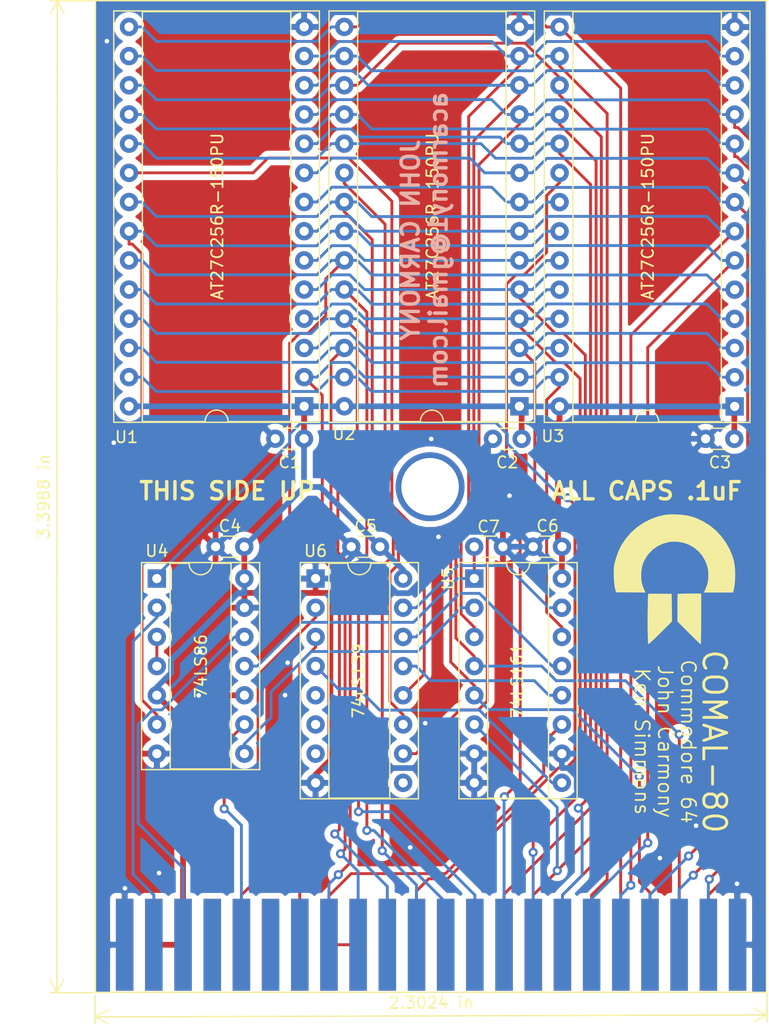
<source format=kicad_pcb>
(kicad_pcb (version 20171130) (host pcbnew "(5.1.6)-1")
  (layers (0 F.Cu signal) (31 B.Cu signal) (34 B.Paste user) (35 F.Paste user) (36 B.SilkS user) (37 F.SilkS user) (38 B.Mask user) (39 F.Mask user) (44 Edge.Cuts user))
  (net 0 "")
  (net 1 GND)
  (net 2 +5V)
  (net 3 /A9)
  (net 4 /A8)
  (net 5 /A5)
  (net 6 /A6)
  (net 7 /A7)
  (net 8 /A0)
  (net 9 /A1)
  (net 10 /A2)
  (net 11 /A3)
  (net 12 /A4)
  (net 13 /PHI2)
  (net 14 /_NMI)
  (net 15 /_RES)
  (net 16 /_ROMH)
  (net 17 /A10)
  (net 18 /A11)
  (net 19 /A12)
  (net 20 /A13)
  (net 21 /A14)
  (net 22 /D0)
  (net 23 /D1)
  (net 24 /D2)
  (net 25 /D3)
  (net 26 /D4)
  (net 27 /D5)
  (net 28 /D6)
  (net 29 /D7)
  (net 30 /_ROML)
  (net 31 /_EXROM)
  (net 32 /_IO1)
  (net 33 /R_W)
  (net 34 /_OE)
  (net 35 /U1_CE)
  (net 36 /U2_CE)
  (net 37 /U3_CE)
  (net 38 /_RES1)
  (net 39 "Net-(U4-Pad3)")
  (net 40 /CLK)
  (net 41 "Net-(U5-Pad15)")
  (net 42 /_DE00)
  (net 43 "Net-(U6-Pad7)")
  (net 44 "Net-(U6-Pad6)")
  (net 45 "Net-(U6-Pad5)")
  (net 46 "Net-(U6-Pad9)")
  (net 47 /Q1)
  (net 48 /Q2)
  (net 49 /BA)
  (net 50 /_DMA)
  (net 51 /_IO2)
  (net 52 /DOT_CLK)
  (net 53 /_IRQ)
  (net 54 "Net-(EDGE1-PadH)")
  (net 55 "Net-(EDGE1-PadF)")
  (module logos:cbm_logo.kicad_530 (layer F.Cu) (at 169.41 99.86 270)
    (fp_text reference G*** hide)
    (fp_text value LOGO hide)
  )
  (module OpenC64Cart16K:C64-Cart (layer F.Cu) (at 119 135.7)
    (fp_text reference EDGE1 hide)
    (fp_text value C64-Exp-Port hide)
    (pad N smd rect (at 30.48 -3.938274) (size 1.524 8) (layers B.Cu B.Paste B.Mask) (net 3 /A9))
    (pad P smd rect (at 33.02 -3.938274) (size 1.524 8) (layers B.Cu B.Paste B.Mask) (net 4 /A8))
    (pad T smd rect (at 40.64 -3.938274) (size 1.524 8) (layers B.Cu B.Paste B.Mask) (net 5 /A5))
    (pad S smd rect (at 38.1 -3.938274) (size 1.524 8) (layers B.Cu B.Paste B.Mask) (net 6 /A6))
    (pad R smd rect (at 35.56 -3.938274) (size 1.524 8) (layers B.Cu B.Paste B.Mask) (net 7 /A7))
    (pad Z smd rect (at 55.88 -3.938274) (size 1.524 8) (layers B.Cu B.Paste B.Mask) (net 1 GND))
    (pad Y smd rect (at 53.34 -3.938274) (size 1.524 8) (layers B.Cu B.Paste B.Mask) (net 8 /A0))
    (pad X smd rect (at 50.8 -3.938274) (size 1.524 8) (layers B.Cu B.Paste B.Mask) (net 9 /A1))
    (pad W smd rect (at 48.26 -3.938274) (size 1.524 8) (layers B.Cu B.Paste B.Mask) (net 10 /A2))
    (pad V smd rect (at 45.72 -3.938274) (size 1.524 8) (layers B.Cu B.Paste B.Mask) (net 11 /A3))
    (pad U smd rect (at 43.18 -3.938274) (size 1.524 8) (layers B.Cu B.Paste B.Mask) (net 12 /A4))
    (pad A smd rect (at 2.54 -3.938274) (size 1.524 8) (layers B.Cu B.Paste B.Mask) (net 1 GND))
    (pad E smd rect (at 12.7 -3.938274) (size 1.524 8) (layers B.Cu B.Paste B.Mask) (net 13 /PHI2))
    (pad D smd rect (at 10.16 -3.938274) (size 1.524 8) (layers B.Cu B.Paste B.Mask) (net 14 /_NMI))
    (pad C smd rect (at 7.62 -3.938274) (size 1.524 8) (layers B.Cu B.Paste B.Mask) (net 15 /_RES))
    (pad B smd rect (at 5.08 -3.938274) (size 1.524 8) (layers B.Cu B.Paste B.Mask) (net 16 /_ROMH))
    (pad M smd rect (at 27.94 -3.938274) (size 1.524 8) (layers B.Cu B.Paste B.Mask) (net 17 /A10))
    (pad L smd rect (at 25.4 -3.938274) (size 1.524 8) (layers B.Cu B.Paste B.Mask) (net 18 /A11))
    (pad K smd rect (at 22.86 -3.938274) (size 1.524 8) (layers B.Cu B.Paste B.Mask) (net 19 /A12))
    (pad J smd rect (at 20.32 -3.938274) (size 1.524 8) (layers B.Cu B.Paste B.Mask) (net 20 /A13))
    (pad H smd rect (at 17.78 -3.938274) (size 1.524 8) (layers B.Cu B.Paste B.Mask) (net 54 "Net-(EDGE1-PadH)"))
    (pad F smd rect (at 15.24 -3.938274) (size 1.524 8) (layers B.Cu B.Paste B.Mask) (net 55 "Net-(EDGE1-PadF)"))
    (pad 22 smd rect (at 55.88 -3.938274 180) (size 1.524 8) (layers F.Cu F.Paste F.Mask) (net 1 GND))
    (pad 21 smd rect (at 53.34 -3.938274 180) (size 1.524 8) (layers F.Cu F.Paste F.Mask) (net 22 /D0))
    (pad 20 smd rect (at 50.8 -3.938274 180) (size 1.524 8) (layers F.Cu F.Paste F.Mask) (net 23 /D1))
    (pad 19 smd rect (at 48.26 -3.938274 180) (size 1.524 8) (layers F.Cu F.Paste F.Mask) (net 24 /D2))
    (pad 18 smd rect (at 45.72 -3.938274 180) (size 1.524 8) (layers F.Cu F.Paste F.Mask) (net 25 /D3))
    (pad 17 smd rect (at 43.18 -3.938274 180) (size 1.524 8) (layers F.Cu F.Paste F.Mask) (net 26 /D4))
    (pad 16 smd rect (at 40.64 -3.938274 180) (size 1.524 8) (layers F.Cu F.Paste F.Mask) (net 27 /D5))
    (pad 15 smd rect (at 38.1 -3.938274 180) (size 1.524 8) (layers F.Cu F.Paste F.Mask) (net 28 /D6))
    (pad 3 smd rect (at 7.62 -3.938274 180) (size 1.524 8) (layers F.Cu F.Paste F.Mask) (net 2 +5V))
    (pad 2 smd rect (at 5.08 -3.938274 180) (size 1.524 8) (layers F.Cu F.Paste F.Mask) (net 2 +5V))
    (pad 12 smd rect (at 30.48 -3.938274 180) (size 1.524 8) (layers F.Cu F.Paste F.Mask) (net 49 /BA))
    (pad 14 smd rect (at 35.56 -3.938274 180) (size 1.524 8) (layers F.Cu F.Paste F.Mask) (net 29 /D7))
    (pad 13 smd rect (at 33.02 -3.938274 180) (size 1.524 8) (layers F.Cu F.Paste F.Mask) (net 50 /_DMA))
    (pad 11 smd rect (at 27.94 -3.938274 180) (size 1.524 8) (layers F.Cu F.Paste F.Mask) (net 30 /_ROML))
    (pad 10 smd rect (at 25.4 -3.938274 180) (size 1.524 8) (layers F.Cu F.Paste F.Mask) (net 51 /_IO2))
    (pad 9 smd rect (at 22.86 -3.938274 180) (size 1.524 8) (layers F.Cu F.Paste F.Mask) (net 31 /_EXROM))
    (pad 8 smd rect (at 20.32 -3.938274 180) (size 1.524 8) (layers F.Cu F.Paste F.Mask) (net 31 /_EXROM))
    (pad 7 smd rect (at 17.78 -3.938274 180) (size 1.524 8) (layers F.Cu F.Paste F.Mask) (net 32 /_IO1))
    (pad 6 smd rect (at 15.24 -3.938274 180) (size 1.524 8) (layers F.Cu F.Paste F.Mask) (net 52 /DOT_CLK))
    (pad 5 smd rect (at 12.7 -3.938274 180) (size 1.524 8) (layers F.Cu F.Paste F.Mask) (net 33 /R_W))
    (pad 4 smd rect (at 10.16 -3.938274 180) (size 1.524 8) (layers F.Cu F.Paste F.Mask) (net 53 /_IRQ))
    (pad 1 smd rect (at 2.54 -3.938274 180) (size 1.524 8) (layers F.Cu F.Paste F.Mask) (net 1 GND))
  )
  (module Capacitor_THT:C_Disc_D3.0mm_W1.6mm_P2.50mm (layer F.Cu) (at 174.6 87.73 180)
    (fp_text reference C3 (at 1.25 -2.05) (layer F.SilkS))
    (fp_text value 0.1uF)
    (pad 2 thru_hole circle (at 2.5 0 180) (size 1.6 1.6) (drill 0.8) (layers *.Cu *.Mask) (net 1 GND))
    (pad 1 thru_hole circle (at 0 0 180) (size 1.6 1.6) (drill 0.8) (layers *.Cu *.Mask) (net 2 +5V))
  )
  (module Capacitor_THT:C_Disc_D3.0mm_W1.6mm_P2.50mm (layer F.Cu) (at 156.09 87.73 180)
    (fp_text reference C2 (at 1.25 -2.05) (layer F.SilkS))
    (fp_text value 0.1uF)
    (pad 2 thru_hole circle (at 2.5 0 180) (size 1.6 1.6) (drill 0.8) (layers *.Cu *.Mask) (net 1 GND))
    (pad 1 thru_hole circle (at 0 0 180) (size 1.6 1.6) (drill 0.8) (layers *.Cu *.Mask) (net 2 +5V))
  )
  (module Capacitor_THT:C_Disc_D3.0mm_W1.6mm_P2.50mm (layer F.Cu) (at 137.15 87.72 180)
    (fp_text reference C1 (at 1.25 -2.05) (layer F.SilkS))
    (fp_text value 0.1uF)
    (pad 2 thru_hole circle (at 2.5 0 180) (size 1.6 1.6) (drill 0.8) (layers *.Cu *.Mask) (net 1 GND))
    (pad 1 thru_hole circle (at 0 0 180) (size 1.6 1.6) (drill 0.8) (layers *.Cu *.Mask) (net 2 +5V))
  )
  (module Capacitor_THT:C_Disc_D3.0mm_W1.6mm_P2.50mm (layer F.Cu) (at 151.96 97.12)
    (fp_text reference C7 (at 1.25 -1.75) (layer F.SilkS))
    (fp_text value 0.1uF)
    (pad 2 thru_hole circle (at 2.5 0) (size 1.6 1.6) (drill 0.8) (layers *.Cu *.Mask) (net 1 GND))
    (pad 1 thru_hole circle (at 0 0) (size 1.6 1.6) (drill 0.8) (layers *.Cu *.Mask) (net 38 /_RES1))
  )
  (module Package_DIP:DIP-28_W15.24mm_Socket (layer F.Cu) (at 174.63 84.91 180)
    (fp_text reference U3 (at 15.82 -2.59) (layer F.SilkS))
    (fp_text value AT27C256R-150PU (at 7.5575 16.525 90) (layer F.SilkS))
    (pad 28 thru_hole oval (at 15.24 0 180) (size 1.6 1.6) (drill 0.8) (layers *.Cu *.Mask) (net 2 +5V))
    (pad 14 thru_hole oval (at 0 33.02 180) (size 1.6 1.6) (drill 0.8) (layers *.Cu *.Mask) (net 1 GND))
    (pad 27 thru_hole oval (at 15.24 2.54 180) (size 1.6 1.6) (drill 0.8) (layers *.Cu *.Mask) (net 21 /A14))
    (pad 13 thru_hole oval (at 0 30.48 180) (size 1.6 1.6) (drill 0.8) (layers *.Cu *.Mask) (net 24 /D2))
    (pad 26 thru_hole oval (at 15.24 5.08 180) (size 1.6 1.6) (drill 0.8) (layers *.Cu *.Mask) (net 20 /A13))
    (pad 12 thru_hole oval (at 0 27.94 180) (size 1.6 1.6) (drill 0.8) (layers *.Cu *.Mask) (net 23 /D1))
    (pad 25 thru_hole oval (at 15.24 7.62 180) (size 1.6 1.6) (drill 0.8) (layers *.Cu *.Mask) (net 4 /A8))
    (pad 11 thru_hole oval (at 0 25.4 180) (size 1.6 1.6) (drill 0.8) (layers *.Cu *.Mask) (net 22 /D0))
    (pad 24 thru_hole oval (at 15.24 10.16 180) (size 1.6 1.6) (drill 0.8) (layers *.Cu *.Mask) (net 3 /A9))
    (pad 10 thru_hole oval (at 0 22.86 180) (size 1.6 1.6) (drill 0.8) (layers *.Cu *.Mask) (net 8 /A0))
    (pad 23 thru_hole oval (at 15.24 12.7 180) (size 1.6 1.6) (drill 0.8) (layers *.Cu *.Mask) (net 18 /A11))
    (pad 9 thru_hole oval (at 0 20.32 180) (size 1.6 1.6) (drill 0.8) (layers *.Cu *.Mask) (net 9 /A1))
    (pad 22 thru_hole oval (at 15.24 15.24 180) (size 1.6 1.6) (drill 0.8) (layers *.Cu *.Mask) (net 34 /_OE))
    (pad 8 thru_hole oval (at 0 17.78 180) (size 1.6 1.6) (drill 0.8) (layers *.Cu *.Mask) (net 10 /A2))
    (pad 21 thru_hole oval (at 15.24 17.78 180) (size 1.6 1.6) (drill 0.8) (layers *.Cu *.Mask) (net 17 /A10))
    (pad 7 thru_hole oval (at 0 15.24 180) (size 1.6 1.6) (drill 0.8) (layers *.Cu *.Mask) (net 11 /A3))
    (pad 20 thru_hole oval (at 15.24 20.32 180) (size 1.6 1.6) (drill 0.8) (layers *.Cu *.Mask) (net 37 /U3_CE))
    (pad 6 thru_hole oval (at 0 12.7 180) (size 1.6 1.6) (drill 0.8) (layers *.Cu *.Mask) (net 12 /A4))
    (pad 19 thru_hole oval (at 15.24 22.86 180) (size 1.6 1.6) (drill 0.8) (layers *.Cu *.Mask) (net 29 /D7))
    (pad 5 thru_hole oval (at 0 10.16 180) (size 1.6 1.6) (drill 0.8) (layers *.Cu *.Mask) (net 5 /A5))
    (pad 18 thru_hole oval (at 15.24 25.4 180) (size 1.6 1.6) (drill 0.8) (layers *.Cu *.Mask) (net 28 /D6))
    (pad 4 thru_hole oval (at 0 7.62 180) (size 1.6 1.6) (drill 0.8) (layers *.Cu *.Mask) (net 6 /A6))
    (pad 17 thru_hole oval (at 15.24 27.94 180) (size 1.6 1.6) (drill 0.8) (layers *.Cu *.Mask) (net 27 /D5))
    (pad 3 thru_hole oval (at 0 5.08 180) (size 1.6 1.6) (drill 0.8) (layers *.Cu *.Mask) (net 7 /A7))
    (pad 16 thru_hole oval (at 15.24 30.48 180) (size 1.6 1.6) (drill 0.8) (layers *.Cu *.Mask) (net 26 /D4))
    (pad 2 thru_hole oval (at 0 2.54 180) (size 1.6 1.6) (drill 0.8) (layers *.Cu *.Mask) (net 19 /A12))
    (pad 15 thru_hole oval (at 15.24 33.02 180) (size 1.6 1.6) (drill 0.8) (layers *.Cu *.Mask) (net 25 /D3))
    (pad 1 thru_hole rect (at 0 0 180) (size 1.6 1.6) (drill 0.8) (layers *.Cu *.Mask) (net 2 +5V))
  )
  (module Package_DIP:DIP-16_W7.62mm_Socket (layer F.Cu) (at 138.155 99.89)
    (fp_text reference U6 (at 0 -2.4) (layer F.SilkS))
    (fp_text value 74LS139 (at 3.7325 8.9 90) (layer F.SilkS))
    (pad 16 thru_hole oval (at 7.62 0) (size 1.6 1.6) (drill 0.8) (layers *.Cu *.Mask) (net 2 +5V))
    (pad 8 thru_hole oval (at 0 17.78) (size 1.6 1.6) (drill 0.8) (layers *.Cu *.Mask) (net 1 GND))
    (pad 15 thru_hole oval (at 7.62 2.54) (size 1.6 1.6) (drill 0.8) (layers *.Cu *.Mask) (net 41 "Net-(U5-Pad15)"))
    (pad 7 thru_hole oval (at 0 15.24) (size 1.6 1.6) (drill 0.8) (layers *.Cu *.Mask) (net 43 "Net-(U6-Pad7)"))
    (pad 14 thru_hole oval (at 7.62 5.08) (size 1.6 1.6) (drill 0.8) (layers *.Cu *.Mask) (net 47 /Q1))
    (pad 6 thru_hole oval (at 0 12.7) (size 1.6 1.6) (drill 0.8) (layers *.Cu *.Mask) (net 44 "Net-(U6-Pad6)"))
    (pad 13 thru_hole oval (at 7.62 7.62) (size 1.6 1.6) (drill 0.8) (layers *.Cu *.Mask) (net 48 /Q2))
    (pad 5 thru_hole oval (at 0 10.16) (size 1.6 1.6) (drill 0.8) (layers *.Cu *.Mask) (net 45 "Net-(U6-Pad5)"))
    (pad 12 thru_hole oval (at 7.62 10.16) (size 1.6 1.6) (drill 0.8) (layers *.Cu *.Mask) (net 35 /U1_CE))
    (pad 4 thru_hole oval (at 0 7.62) (size 1.6 1.6) (drill 0.8) (layers *.Cu *.Mask) (net 42 /_DE00))
    (pad 11 thru_hole oval (at 7.62 12.7) (size 1.6 1.6) (drill 0.8) (layers *.Cu *.Mask) (net 36 /U2_CE))
    (pad 3 thru_hole oval (at 0 5.08) (size 1.6 1.6) (drill 0.8) (layers *.Cu *.Mask) (net 32 /_IO1))
    (pad 10 thru_hole oval (at 7.62 15.24) (size 1.6 1.6) (drill 0.8) (layers *.Cu *.Mask) (net 37 /U3_CE))
    (pad 2 thru_hole oval (at 0 2.54) (size 1.6 1.6) (drill 0.8) (layers *.Cu *.Mask) (net 33 /R_W))
    (pad 9 thru_hole oval (at 7.62 17.78) (size 1.6 1.6) (drill 0.8) (layers *.Cu *.Mask) (net 46 "Net-(U6-Pad9)"))
    (pad 1 thru_hole rect (at 0 0) (size 1.6 1.6) (drill 0.8) (layers *.Cu *.Mask) (net 1 GND))
  )
  (module Package_DIP:DIP-28_W15.24mm_Socket (layer F.Cu) (at 155.895 84.9 180)
    (fp_text reference U2 (at 15.265 -2.41) (layer F.SilkS))
    (fp_text value AT27C256R-150PU (at 7.5575 16.525 90) (layer F.SilkS))
    (pad 28 thru_hole oval (at 15.24 0 180) (size 1.6 1.6) (drill 0.8) (layers *.Cu *.Mask) (net 2 +5V))
    (pad 14 thru_hole oval (at 0 33.02 180) (size 1.6 1.6) (drill 0.8) (layers *.Cu *.Mask) (net 1 GND))
    (pad 27 thru_hole oval (at 15.24 2.54 180) (size 1.6 1.6) (drill 0.8) (layers *.Cu *.Mask) (net 21 /A14))
    (pad 13 thru_hole oval (at 0 30.48 180) (size 1.6 1.6) (drill 0.8) (layers *.Cu *.Mask) (net 24 /D2))
    (pad 26 thru_hole oval (at 15.24 5.08 180) (size 1.6 1.6) (drill 0.8) (layers *.Cu *.Mask) (net 20 /A13))
    (pad 12 thru_hole oval (at 0 27.94 180) (size 1.6 1.6) (drill 0.8) (layers *.Cu *.Mask) (net 23 /D1))
    (pad 25 thru_hole oval (at 15.24 7.62 180) (size 1.6 1.6) (drill 0.8) (layers *.Cu *.Mask) (net 4 /A8))
    (pad 11 thru_hole oval (at 0 25.4 180) (size 1.6 1.6) (drill 0.8) (layers *.Cu *.Mask) (net 22 /D0))
    (pad 24 thru_hole oval (at 15.24 10.16 180) (size 1.6 1.6) (drill 0.8) (layers *.Cu *.Mask) (net 3 /A9))
    (pad 10 thru_hole oval (at 0 22.86 180) (size 1.6 1.6) (drill 0.8) (layers *.Cu *.Mask) (net 8 /A0))
    (pad 23 thru_hole oval (at 15.24 12.7 180) (size 1.6 1.6) (drill 0.8) (layers *.Cu *.Mask) (net 18 /A11))
    (pad 9 thru_hole oval (at 0 20.32 180) (size 1.6 1.6) (drill 0.8) (layers *.Cu *.Mask) (net 9 /A1))
    (pad 22 thru_hole oval (at 15.24 15.24 180) (size 1.6 1.6) (drill 0.8) (layers *.Cu *.Mask) (net 34 /_OE))
    (pad 8 thru_hole oval (at 0 17.78 180) (size 1.6 1.6) (drill 0.8) (layers *.Cu *.Mask) (net 10 /A2))
    (pad 21 thru_hole oval (at 15.24 17.78 180) (size 1.6 1.6) (drill 0.8) (layers *.Cu *.Mask) (net 17 /A10))
    (pad 7 thru_hole oval (at 0 15.24 180) (size 1.6 1.6) (drill 0.8) (layers *.Cu *.Mask) (net 11 /A3))
    (pad 20 thru_hole oval (at 15.24 20.32 180) (size 1.6 1.6) (drill 0.8) (layers *.Cu *.Mask) (net 36 /U2_CE))
    (pad 6 thru_hole oval (at 0 12.7 180) (size 1.6 1.6) (drill 0.8) (layers *.Cu *.Mask) (net 12 /A4))
    (pad 19 thru_hole oval (at 15.24 22.86 180) (size 1.6 1.6) (drill 0.8) (layers *.Cu *.Mask) (net 29 /D7))
    (pad 5 thru_hole oval (at 0 10.16 180) (size 1.6 1.6) (drill 0.8) (layers *.Cu *.Mask) (net 5 /A5))
    (pad 18 thru_hole oval (at 15.24 25.4 180) (size 1.6 1.6) (drill 0.8) (layers *.Cu *.Mask) (net 28 /D6))
    (pad 4 thru_hole oval (at 0 7.62 180) (size 1.6 1.6) (drill 0.8) (layers *.Cu *.Mask) (net 6 /A6))
    (pad 17 thru_hole oval (at 15.24 27.94 180) (size 1.6 1.6) (drill 0.8) (layers *.Cu *.Mask) (net 27 /D5))
    (pad 3 thru_hole oval (at 0 5.08 180) (size 1.6 1.6) (drill 0.8) (layers *.Cu *.Mask) (net 7 /A7))
    (pad 16 thru_hole oval (at 15.24 30.48 180) (size 1.6 1.6) (drill 0.8) (layers *.Cu *.Mask) (net 26 /D4))
    (pad 2 thru_hole oval (at 0 2.54 180) (size 1.6 1.6) (drill 0.8) (layers *.Cu *.Mask) (net 19 /A12))
    (pad 15 thru_hole oval (at 15.24 33.02 180) (size 1.6 1.6) (drill 0.8) (layers *.Cu *.Mask) (net 25 /D3))
    (pad 1 thru_hole rect (at 0 0 180) (size 1.6 1.6) (drill 0.8) (layers *.Cu *.Mask) (net 2 +5V))
  )
  (module Package_DIP:DIP-16_W7.62mm_Socket (layer F.Cu) (at 151.97 99.89)
    (fp_text reference U5 (at -2.26 0 90) (layer F.SilkS))
    (fp_text value 74LS161 (at 3.7325 8.9 90) (layer F.SilkS))
    (pad 16 thru_hole oval (at 7.62 0) (size 1.6 1.6) (drill 0.8) (layers *.Cu *.Mask) (net 2 +5V))
    (pad 8 thru_hole oval (at 0 17.78) (size 1.6 1.6) (drill 0.8) (layers *.Cu *.Mask) (net 1 GND))
    (pad 15 thru_hole oval (at 7.62 2.54) (size 1.6 1.6) (drill 0.8) (layers *.Cu *.Mask) (net 41 "Net-(U5-Pad15)"))
    (pad 7 thru_hole oval (at 0 15.24) (size 1.6 1.6) (drill 0.8) (layers *.Cu *.Mask) (net 1 GND))
    (pad 14 thru_hole oval (at 7.62 5.08) (size 1.6 1.6) (drill 0.8) (layers *.Cu *.Mask) (net 21 /A14))
    (pad 6 thru_hole oval (at 0 12.7) (size 1.6 1.6) (drill 0.8) (layers *.Cu *.Mask) (net 28 /D6))
    (pad 13 thru_hole oval (at 7.62 7.62) (size 1.6 1.6) (drill 0.8) (layers *.Cu *.Mask) (net 47 /Q1))
    (pad 5 thru_hole oval (at 0 10.16) (size 1.6 1.6) (drill 0.8) (layers *.Cu *.Mask) (net 24 /D2))
    (pad 12 thru_hole oval (at 7.62 10.16) (size 1.6 1.6) (drill 0.8) (layers *.Cu *.Mask) (net 48 /Q2))
    (pad 4 thru_hole oval (at 0 7.62) (size 1.6 1.6) (drill 0.8) (layers *.Cu *.Mask) (net 23 /D1))
    (pad 11 thru_hole oval (at 7.62 12.7) (size 1.6 1.6) (drill 0.8) (layers *.Cu *.Mask) (net 31 /_EXROM))
    (pad 3 thru_hole oval (at 0 5.08) (size 1.6 1.6) (drill 0.8) (layers *.Cu *.Mask) (net 22 /D0))
    (pad 10 thru_hole oval (at 7.62 15.24) (size 1.6 1.6) (drill 0.8) (layers *.Cu *.Mask) (net 1 GND))
    (pad 2 thru_hole oval (at 0 2.54) (size 1.6 1.6) (drill 0.8) (layers *.Cu *.Mask) (net 40 /CLK))
    (pad 9 thru_hole oval (at 7.62 17.78) (size 1.6 1.6) (drill 0.8) (layers *.Cu *.Mask) (net 42 /_DE00))
    (pad 1 thru_hole rect (at 0 0) (size 1.6 1.6) (drill 0.8) (layers *.Cu *.Mask) (net 38 /_RES1))
  )
  (module Package_DIP:DIP-14_W7.62mm_Socket (layer F.Cu) (at 124.34 99.89)
    (fp_text reference U4 (at 0 -2.4) (layer F.SilkS))
    (fp_text value 74LS86 (at 3.84 7.625001 90) (layer F.SilkS))
    (pad 14 thru_hole oval (at 7.62 0) (size 1.6 1.6) (drill 0.8) (layers *.Cu *.Mask) (net 2 +5V))
    (pad 7 thru_hole oval (at 0 15.24) (size 1.6 1.6) (drill 0.8) (layers *.Cu *.Mask) (net 1 GND))
    (pad 13 thru_hole oval (at 7.62 2.54) (size 1.6 1.6) (drill 0.8) (layers *.Cu *.Mask) (net 1 GND))
    (pad 6 thru_hole oval (at 0 12.7) (size 1.6 1.6) (drill 0.8) (layers *.Cu *.Mask) (net 34 /_OE))
    (pad 12 thru_hole oval (at 7.62 5.08) (size 1.6 1.6) (drill 0.8) (layers *.Cu *.Mask) (net 15 /_RES))
    (pad 5 thru_hole oval (at 0 10.16) (size 1.6 1.6) (drill 0.8) (layers *.Cu *.Mask) (net 2 +5V))
    (pad 11 thru_hole oval (at 7.62 7.62) (size 1.6 1.6) (drill 0.8) (layers *.Cu *.Mask) (net 38 /_RES1))
    (pad 4 thru_hole oval (at 0 7.62) (size 1.6 1.6) (drill 0.8) (layers *.Cu *.Mask) (net 39 "Net-(U4-Pad3)"))
    (pad 10 thru_hole oval (at 7.62 10.16) (size 1.6 1.6) (drill 0.8) (layers *.Cu *.Mask) (net 2 +5V))
    (pad 3 thru_hole oval (at 0 5.08) (size 1.6 1.6) (drill 0.8) (layers *.Cu *.Mask) (net 39 "Net-(U4-Pad3)"))
    (pad 9 thru_hole oval (at 7.62 12.7) (size 1.6 1.6) (drill 0.8) (layers *.Cu *.Mask) (net 13 /PHI2))
    (pad 2 thru_hole oval (at 0 2.54) (size 1.6 1.6) (drill 0.8) (layers *.Cu *.Mask) (net 16 /_ROMH))
    (pad 8 thru_hole oval (at 7.62 15.24) (size 1.6 1.6) (drill 0.8) (layers *.Cu *.Mask) (net 40 /CLK))
    (pad 1 thru_hole rect (at 0 0) (size 1.6 1.6) (drill 0.8) (layers *.Cu *.Mask) (net 30 /_ROML))
  )
  (module Package_DIP:DIP-28_W15.24mm_Socket (layer F.Cu) (at 137.16 84.9 180)
    (fp_text reference U1 (at 15.46 -2.68) (layer F.SilkS))
    (fp_text value AT27C256R-150PU (at 7.5575 16.525 90) (layer F.SilkS))
    (pad 28 thru_hole oval (at 15.24 0 180) (size 1.6 1.6) (drill 0.8) (layers *.Cu *.Mask) (net 2 +5V))
    (pad 14 thru_hole oval (at 0 33.02 180) (size 1.6 1.6) (drill 0.8) (layers *.Cu *.Mask) (net 1 GND))
    (pad 27 thru_hole oval (at 15.24 2.54 180) (size 1.6 1.6) (drill 0.8) (layers *.Cu *.Mask) (net 21 /A14))
    (pad 13 thru_hole oval (at 0 30.48 180) (size 1.6 1.6) (drill 0.8) (layers *.Cu *.Mask) (net 24 /D2))
    (pad 26 thru_hole oval (at 15.24 5.08 180) (size 1.6 1.6) (drill 0.8) (layers *.Cu *.Mask) (net 20 /A13))
    (pad 12 thru_hole oval (at 0 27.94 180) (size 1.6 1.6) (drill 0.8) (layers *.Cu *.Mask) (net 23 /D1))
    (pad 25 thru_hole oval (at 15.24 7.62 180) (size 1.6 1.6) (drill 0.8) (layers *.Cu *.Mask) (net 4 /A8))
    (pad 11 thru_hole oval (at 0 25.4 180) (size 1.6 1.6) (drill 0.8) (layers *.Cu *.Mask) (net 22 /D0))
    (pad 24 thru_hole oval (at 15.24 10.16 180) (size 1.6 1.6) (drill 0.8) (layers *.Cu *.Mask) (net 3 /A9))
    (pad 10 thru_hole oval (at 0 22.86 180) (size 1.6 1.6) (drill 0.8) (layers *.Cu *.Mask) (net 8 /A0))
    (pad 23 thru_hole oval (at 15.24 12.7 180) (size 1.6 1.6) (drill 0.8) (layers *.Cu *.Mask) (net 18 /A11))
    (pad 9 thru_hole oval (at 0 20.32 180) (size 1.6 1.6) (drill 0.8) (layers *.Cu *.Mask) (net 9 /A1))
    (pad 22 thru_hole oval (at 15.24 15.24 180) (size 1.6 1.6) (drill 0.8) (layers *.Cu *.Mask) (net 34 /_OE))
    (pad 8 thru_hole oval (at 0 17.78 180) (size 1.6 1.6) (drill 0.8) (layers *.Cu *.Mask) (net 10 /A2))
    (pad 21 thru_hole oval (at 15.24 17.78 180) (size 1.6 1.6) (drill 0.8) (layers *.Cu *.Mask) (net 17 /A10))
    (pad 7 thru_hole oval (at 0 15.24 180) (size 1.6 1.6) (drill 0.8) (layers *.Cu *.Mask) (net 11 /A3))
    (pad 20 thru_hole oval (at 15.24 20.32 180) (size 1.6 1.6) (drill 0.8) (layers *.Cu *.Mask) (net 35 /U1_CE))
    (pad 6 thru_hole oval (at 0 12.7 180) (size 1.6 1.6) (drill 0.8) (layers *.Cu *.Mask) (net 12 /A4))
    (pad 19 thru_hole oval (at 15.24 22.86 180) (size 1.6 1.6) (drill 0.8) (layers *.Cu *.Mask) (net 29 /D7))
    (pad 5 thru_hole oval (at 0 10.16 180) (size 1.6 1.6) (drill 0.8) (layers *.Cu *.Mask) (net 5 /A5))
    (pad 18 thru_hole oval (at 15.24 25.4 180) (size 1.6 1.6) (drill 0.8) (layers *.Cu *.Mask) (net 28 /D6))
    (pad 4 thru_hole oval (at 0 7.62 180) (size 1.6 1.6) (drill 0.8) (layers *.Cu *.Mask) (net 6 /A6))
    (pad 17 thru_hole oval (at 15.24 27.94 180) (size 1.6 1.6) (drill 0.8) (layers *.Cu *.Mask) (net 27 /D5))
    (pad 3 thru_hole oval (at 0 5.08 180) (size 1.6 1.6) (drill 0.8) (layers *.Cu *.Mask) (net 7 /A7))
    (pad 16 thru_hole oval (at 15.24 30.48 180) (size 1.6 1.6) (drill 0.8) (layers *.Cu *.Mask) (net 26 /D4))
    (pad 2 thru_hole oval (at 0 2.54 180) (size 1.6 1.6) (drill 0.8) (layers *.Cu *.Mask) (net 19 /A12))
    (pad 15 thru_hole oval (at 15.24 33.02 180) (size 1.6 1.6) (drill 0.8) (layers *.Cu *.Mask) (net 25 /D3))
    (pad 1 thru_hole rect (at 0 0 180) (size 1.6 1.6) (drill 0.8) (layers *.Cu *.Mask) (net 2 +5V))
  )
  (module MountingHole:MountingHole_5mm_Pad (layer F.Cu) (at 148.122 91.9)
    (fp_text reference H1)
    (fp_text value Peg_Hole)
    (pad 1 thru_hole circle (at 0 0) (size 6 6) (drill 5) (layers *.Cu *.Mask))
  )
  (module Capacitor_THT:C_Disc_D3.0mm_W1.6mm_P2.50mm (layer F.Cu) (at 159.6 97.12 180)
    (fp_text reference C6 (at 1.25 1.81) (layer F.SilkS))
    (fp_text value 0.1uF)
    (pad 2 thru_hole circle (at 2.5 0 180) (size 1.6 1.6) (drill 0.8) (layers *.Cu *.Mask) (net 1 GND))
    (pad 1 thru_hole circle (at 0 0 180) (size 1.6 1.6) (drill 0.8) (layers *.Cu *.Mask) (net 2 +5V))
  )
  (module Capacitor_THT:C_Disc_D3.0mm_W1.6mm_P2.50mm (layer F.Cu) (at 143.76 97.12 180)
    (fp_text reference C5 (at 1.25 1.81) (layer F.SilkS))
    (fp_text value 0.1uF)
    (pad 2 thru_hole circle (at 2.5 0 180) (size 1.6 1.6) (drill 0.8) (layers *.Cu *.Mask) (net 1 GND))
    (pad 1 thru_hole circle (at 0 0 180) (size 1.6 1.6) (drill 0.8) (layers *.Cu *.Mask) (net 2 +5V))
  )
  (module Capacitor_THT:C_Disc_D3.0mm_W1.6mm_P2.50mm (layer F.Cu) (at 131.95 97.12 180)
    (fp_text reference C4 (at 1.25 1.81) (layer F.SilkS))
    (fp_text value 0.1uF)
    (pad 2 thru_hole circle (at 2.5 0 180) (size 1.6 1.6) (drill 0.8) (layers *.Cu *.Mask) (net 1 GND))
    (pad 1 thru_hole circle (at 0 0 180) (size 1.6 1.6) (drill 0.8) (layers *.Cu *.Mask) (net 2 +5V))
  )
  (dimension 86.330005 (width 0.12) (layer F.SilkS) (gr_text "86.330 mm" (at 114.384973 92.763461 89.9800895) (layer F.SilkS) (effects (font (size 1 1) (thickness 0.15)))) (feature1 (pts (xy 118.83 49.6) (xy 115.083552 49.598698))) (feature2 (pts (xy 118.8 135.93) (xy 115.053552 135.928698))) (crossbar (pts (xy 115.639973 135.928902) (xy 115.669973 49.598902))) (arrow1a (pts (xy 115.669973 49.598902) (xy 116.256002 50.725609))) (arrow1b (pts (xy 115.669973 49.598902) (xy 115.083161 50.725202))) (arrow2a (pts (xy 115.639973 135.928902) (xy 116.226785 134.802602))) (arrow2b (pts (xy 115.639973 135.928902) (xy 115.053944 134.802195))))
  (dimension 58.480247 (width 0.12) (layer F.SilkS) (gr_text "58.480 mm" (at 148.209129 139.225182 0.1665570294) (layer F.SilkS) (effects (font (size 1 1) (thickness 0.15)))) (feature1 (pts (xy 177.44 136) (xy 177.447141 138.456605))) (feature2 (pts (xy 118.96 136.17) (xy 118.967141 138.626605))) (crossbar (pts (xy 118.965437 138.040187) (xy 177.445437 137.870187))) (arrow1a (pts (xy 177.445437 137.870187) (xy 176.320643 138.45988))) (arrow1b (pts (xy 177.445437 137.870187) (xy 176.317233 137.287043))) (arrow2a (pts (xy 118.965437 138.040187) (xy 120.093641 138.623331))) (arrow2b (pts (xy 118.965437 138.040187) (xy 120.090231 137.450494))))
  (gr_line (start 177.4 49.6) (end 119 49.6) (layer F.SilkS) (width 0.12))
  (gr_line (start 177.4 135.9) (end 177.4 49.6) (layer F.SilkS) (width 0.12))
  (gr_text COMAL-80 (at 172.855588 114.07 270) (layer F.SilkS) (effects (font (size 2 2) (thickness 0.25))))
  (gr_text "Commodore 64\nJohn Carmony\nKen Simmons" (at 168.58 114.07 270) (layer F.SilkS) (effects (font (size 1.25 1.25))))
  (gr_text "ALL CAPS .1uF" (at 166.99 92.275) (layer F.SilkS) (effects (font (size 1.5 1.5) (thickness 0.3))))
  (gr_text "THIS SIDE UP" (at 130.45 92.275) (layer F.SilkS) (effects (font (size 1.5 1.5) (thickness 0.3))))
  (gr_text "JOHN CARMONY\nacarmony1@gmail.com" (at 147.63 70.43 90) (layer B.SilkS) (effects (font (size 1.5 1.5) (thickness 0.3)) (justify mirror)))
  (gr_line (start 119 135.9) (end 119 49.6) (layer F.SilkS) (width 0.12))
  (gr_line (start 177.4 135.9) (end 119 135.9) (layer F.SilkS) (width 0.12))
  (segment (start 155.895 51.88) (end 154.6447 51.88) (width 0.5) (layer B.Cu) (net 1))
  (segment (start 137.16 51.88) (end 138.4103 51.88) (width 0.5) (layer B.Cu) (net 1))
  (segment (start 138.4103 51.88) (end 139.6895 50.6008) (width 0.5) (layer B.Cu) (net 1))
  (segment (start 139.6895 50.6008) (end 153.3655 50.6008) (width 0.5) (layer B.Cu) (net 1))
  (segment (start 153.3655 50.6008) (end 154.6447 51.88) (width 0.5) (layer B.Cu) (net 1))
  (segment (start 153.1672 95.8272) (end 154.46 97.12) (width 0.5) (layer B.Cu) (net 1))
  (segment (start 141.6746 97.6207) (end 145.2139 101.16) (width 0.5) (layer B.Cu) (net 1))
  (segment (start 145.2139 101.16) (end 146.2881 101.16) (width 0.5) (layer B.Cu) (net 1))
  (segment (start 146.2881 101.16) (end 149.0321 98.416) (width 0.5) (layer B.Cu) (net 1))
  (segment (start 149.0321 98.416) (end 149.0321 98.2483) (width 0.5) (layer B.Cu) (net 1))
  (segment (start 149.0321 98.2483) (end 151.4532 95.8272) (width 0.5) (layer B.Cu) (net 1))
  (segment (start 151.4532 95.8272) (end 153.1672 95.8272) (width 0.5) (layer B.Cu) (net 1))
  (segment (start 153.1672 95.8272) (end 153.1672 88.1528) (width 0.5) (layer B.Cu) (net 1))
  (segment (start 153.1672 88.1528) (end 153.59 87.73) (width 0.5) (layer B.Cu) (net 1))
  (segment (start 141.26 97.12) (end 141.26 97.2061) (width 0.5) (layer B.Cu) (net 1))
  (segment (start 141.26 97.2061) (end 141.6746 97.6207) (width 0.5) (layer B.Cu) (net 1))
  (segment (start 139.4053 99.89) (end 141.6746 97.6207) (width 0.5) (layer B.Cu) (net 1))
  (segment (start 138.155 99.89) (end 139.4053 99.89) (width 0.5) (layer B.Cu) (net 1))
  (segment (start 151.97 115.13) (end 151.97 117.67) (width 0.5) (layer F.Cu) (net 1))
  (segment (start 155.895 51.88) (end 157.1453 51.88) (width 0.5) (layer B.Cu) (net 1))
  (segment (start 157.1453 51.88) (end 158.3857 50.6396) (width 0.5) (layer B.Cu) (net 1))
  (segment (start 158.3857 50.6396) (end 172.1293 50.6396) (width 0.5) (layer B.Cu) (net 1))
  (segment (start 172.1293 50.6396) (end 173.3797 51.89) (width 0.5) (layer B.Cu) (net 1))
  (segment (start 174.63 51.89) (end 173.3797 51.89) (width 0.5) (layer B.Cu) (net 1))
  (segment (start 136.9047 117.67) (end 128.1303 117.67) (width 0.5) (layer B.Cu) (net 1))
  (segment (start 128.1303 117.67) (end 125.5903 115.13) (width 0.5) (layer B.Cu) (net 1))
  (segment (start 157.1 97.12) (end 166.49 87.73) (width 0.5) (layer B.Cu) (net 1))
  (segment (start 166.49 87.73) (end 172.1 87.73) (width 0.5) (layer B.Cu) (net 1))
  (segment (start 157.1 97.12) (end 154.46 97.12) (width 0.5) (layer B.Cu) (net 1))
  (segment (start 160.8796 118.216) (end 160.8796 117.126) (width 0.5) (layer B.Cu) (net 1))
  (segment (start 160.8796 117.126) (end 160.1339 116.3803) (width 0.5) (layer B.Cu) (net 1))
  (segment (start 160.1339 116.3803) (end 159.59 116.3803) (width 0.5) (layer B.Cu) (net 1))
  (segment (start 159.59 115.13) (end 159.59 116.3803) (width 0.5) (layer B.Cu) (net 1))
  (segment (start 131.96 101.1879) (end 132.0076 101.1403) (width 0.5) (layer F.Cu) (net 1))
  (segment (start 132.0076 101.1403) (end 138.155 101.1403) (width 0.5) (layer F.Cu) (net 1))
  (segment (start 129.45 97.12) (end 129.45 99.2136) (width 0.5) (layer F.Cu) (net 1))
  (segment (start 129.45 99.2136) (end 131.4243 101.1879) (width 0.5) (layer F.Cu) (net 1))
  (segment (start 131.4243 101.1879) (end 131.96 101.1879) (width 0.5) (layer F.Cu) (net 1))
  (segment (start 131.96 102.43) (end 131.96 101.1879) (width 0.5) (layer F.Cu) (net 1))
  (segment (start 129.45 97.12) (end 129.45 92.92) (width 0.5) (layer F.Cu) (net 1))
  (segment (start 129.45 92.92) (end 134.65 87.72) (width 0.5) (layer F.Cu) (net 1))
  (segment (start 138.155 117.67) (end 136.9047 117.67) (width 0.5) (layer B.Cu) (net 1))
  (segment (start 124.34 115.13) (end 125.5903 115.13) (width 0.5) (layer B.Cu) (net 1))
  (segment (start 138.155 99.89) (end 138.155 101.1403) (width 0.5) (layer F.Cu) (net 1))
  (segment (start 138.155 117.67) (end 139.4053 117.67) (width 0.5) (layer B.Cu) (net 1))
  (segment (start 151.97 115.13) (end 150.7197 115.13) (width 0.5) (layer B.Cu) (net 1))
  (segment (start 150.7197 115.13) (end 149.4694 116.3803) (width 0.5) (layer B.Cu) (net 1))
  (segment (start 149.4694 116.3803) (end 140.695 116.3803) (width 0.5) (layer B.Cu) (net 1))
  (segment (start 140.695 116.3803) (end 139.4053 117.67) (width 0.5) (layer B.Cu) (net 1))
  (via (at 174.83 126.45) (size 0.8) (drill 0.4) (layers F.Cu B.Cu) (net 1))
  (segment (start 174.88 131.7617) (end 174.83 131.7117) (width 0.5) (layer B.Cu) (net 1))
  (segment (start 174.88 131.7617) (end 174.83 131.7117) (width 0.5) (layer F.Cu) (net 1))
  (segment (start 174.83 131.7117) (end 174.83 126.45) (width 0.5) (layer F.Cu) (net 1))
  (segment (start 174.83 131.7117) (end 174.83 126.45) (width 0.5) (layer B.Cu) (net 1))
  (segment (start 174.430001 126.050001) (end 174.83 126.45) (width 0.5) (layer B.Cu) (net 1))
  (segment (start 160.8796 118.216) (end 166.596 118.216) (width 0.5) (layer B.Cu) (net 1))
  (segment (start 166.596 118.216) (end 174.430001 126.050001) (width 0.5) (layer B.Cu) (net 1))
  (via (at 135.5 110.04) (size 0.8) (drill 0.4) (layers F.Cu B.Cu) (net 1))
  (via (at 135.72 107.21) (size 0.8) (drill 0.4) (layers F.Cu B.Cu) (net 1))
  (via (at 127.98 110.06) (size 0.8) (drill 0.4) (layers F.Cu B.Cu) (net 1))
  (via (at 128.1 106.25) (size 0.8) (drill 0.4) (layers F.Cu B.Cu) (net 1))
  (via (at 146.39 123.29) (size 0.8) (drill 0.4) (layers F.Cu B.Cu) (net 1))
  (via (at 124.53 125.52) (size 0.8) (drill 0.4) (layers F.Cu B.Cu) (net 1))
  (segment (start 122.6425 118.0778) (end 124.34 116.3803) (width 0.5) (layer F.Cu) (net 1))
  (segment (start 124.34 116.3803) (end 124.34 115.13) (width 0.5) (layer F.Cu) (net 1))
  (segment (start 121.561665 126.848335) (end 121.48 126.81) (width 0.5) (layer F.Cu) (net 1))
  (via (at 121.561665 126.848335) (size 0.8) (drill 0.4) (layers F.Cu B.Cu) (net 1))
  (segment (start 139.4446 101.2746) (end 139.3103 101.1403) (width 0.5) (layer F.Cu) (net 1))
  (segment (start 139.4446 115.674) (end 139.4446 101.2746) (width 0.5) (layer F.Cu) (net 1))
  (segment (start 139.3103 101.1403) (end 138.155 101.1403) (width 0.5) (layer F.Cu) (net 1))
  (segment (start 138.155 117.67) (end 138.155 116.9636) (width 0.5) (layer F.Cu) (net 1))
  (segment (start 138.155 116.9636) (end 139.4446 115.674) (width 0.5) (layer F.Cu) (net 1))
  (via (at 168.12 124.22) (size 0.8) (drill 0.4) (layers F.Cu B.Cu) (net 1))
  (via (at 171.27 121.4) (size 0.8) (drill 0.4) (layers F.Cu B.Cu) (net 1))
  (via (at 148.22 87.74) (size 0.8) (drill 0.4) (layers F.Cu B.Cu) (net 1))
  (via (at 148.85 96.26) (size 0.8) (drill 0.4) (layers F.Cu B.Cu) (net 1))
  (via (at 147.7 112.48) (size 0.8) (drill 0.4) (layers F.Cu B.Cu) (net 1))
  (segment (start 154.46 97.12) (end 154.46 99.02) (width 0.5) (layer F.Cu) (net 1))
  (via (at 155.03 92.68) (size 0.8) (drill 0.4) (layers F.Cu B.Cu) (net 1))
  (segment (start 154.46 93.25) (end 155.03 92.68) (width 0.5) (layer F.Cu) (net 1))
  (segment (start 154.46 97.12) (end 154.46 93.25) (width 0.5) (layer F.Cu) (net 1))
  (via (at 119.99 53.12) (size 0.8) (drill 0.4) (layers F.Cu B.Cu) (net 1))
  (via (at 120.59 88.07) (size 0.8) (drill 0.4) (layers F.Cu B.Cu) (net 1))
  (segment (start 159.39 86.1603) (end 159.2542 86.2961) (width 0.5) (layer F.Cu) (net 2))
  (segment (start 159.2542 86.2961) (end 159.2542 96.7742) (width 0.5) (layer F.Cu) (net 2))
  (segment (start 159.2542 96.7742) (end 159.6 97.12) (width 0.5) (layer F.Cu) (net 2))
  (segment (start 126.62 112.33) (end 126.62 127.3114) (width 0.5) (layer F.Cu) (net 2))
  (segment (start 137.15 91.92) (end 138.56 91.92) (width 0.5) (layer B.Cu) (net 2))
  (segment (start 138.56 91.92) (end 143.76 97.12) (width 0.5) (layer B.Cu) (net 2))
  (segment (start 131.96 99.89) (end 131.96 98.6397) (width 0.5) (layer F.Cu) (net 2))
  (segment (start 131.96 98.6397) (end 131.95 98.6297) (width 0.5) (layer F.Cu) (net 2))
  (segment (start 131.95 98.6297) (end 131.95 97.12) (width 0.5) (layer F.Cu) (net 2))
  (segment (start 155.895 84.9) (end 157.1453 84.9) (width 0.5) (layer B.Cu) (net 2))
  (segment (start 157.1453 84.9) (end 157.1553 84.91) (width 0.5) (layer B.Cu) (net 2))
  (segment (start 157.1553 84.91) (end 158.1397 84.91) (width 0.5) (layer B.Cu) (net 2))
  (segment (start 140.655 84.9) (end 155.895 84.9) (width 0.5) (layer B.Cu) (net 2))
  (segment (start 159.39 84.91) (end 158.1397 84.91) (width 0.5) (layer B.Cu) (net 2))
  (segment (start 124.08 131.7617) (end 126.62 131.7617) (width 0.5) (layer F.Cu) (net 2))
  (segment (start 126.62 131.7617) (end 126.62 127.3114) (width 0.5) (layer F.Cu) (net 2))
  (segment (start 137.15 91.92) (end 137.15 87.72) (width 0.5) (layer B.Cu) (net 2))
  (segment (start 131.95 97.12) (end 137.15 91.92) (width 0.5) (layer B.Cu) (net 2))
  (segment (start 159.39 84.91) (end 159.39 86.1603) (width 0.5) (layer F.Cu) (net 2))
  (segment (start 137.16 84.9) (end 123.1703 84.9) (width 0.5) (layer B.Cu) (net 2))
  (segment (start 140.655 84.9) (end 137.16 84.9) (width 0.5) (layer B.Cu) (net 2))
  (segment (start 121.92 84.9) (end 123.1703 84.9) (width 0.5) (layer B.Cu) (net 2))
  (segment (start 159.39 84.91) (end 174.63 84.91) (width 0.5) (layer B.Cu) (net 2))
  (segment (start 159.59 98.6397) (end 159.6 98.6297) (width 0.5) (layer F.Cu) (net 2))
  (segment (start 159.6 98.6297) (end 159.6 97.12) (width 0.5) (layer F.Cu) (net 2))
  (segment (start 137.16 84.9) (end 137.16 86.1503) (width 0.5) (layer F.Cu) (net 2))
  (segment (start 137.16 86.1503) (end 137.15 86.1603) (width 0.5) (layer F.Cu) (net 2))
  (segment (start 137.15 86.1603) (end 137.15 87.72) (width 0.5) (layer F.Cu) (net 2))
  (segment (start 159.59 99.89) (end 159.59 98.6397) (width 0.5) (layer F.Cu) (net 2))
  (segment (start 131.96 101.1403) (end 131.96 99.89) (width 0.5) (layer B.Cu) (net 2))
  (segment (start 124.34 109.3468) (end 125.5903 108.0965) (width 0.5) (layer B.Cu) (net 2))
  (segment (start 124.34 110.05) (end 124.34 109.3468) (width 0.5) (layer B.Cu) (net 2))
  (segment (start 131.4161 101.1403) (end 131.96 101.1403) (width 0.5) (layer B.Cu) (net 2))
  (segment (start 125.5903 108.0965) (end 125.5903 106.9661) (width 0.5) (layer B.Cu) (net 2))
  (segment (start 125.5903 106.9661) (end 131.4161 101.1403) (width 0.5) (layer B.Cu) (net 2))
  (segment (start 124.34 110.05) (end 126.62 112.33) (width 0.5) (layer F.Cu) (net 2))
  (segment (start 156.09 85.095) (end 156.09 87.73) (width 0.5) (layer F.Cu) (net 2))
  (segment (start 155.895 84.9) (end 156.09 85.095) (width 0.5) (layer F.Cu) (net 2))
  (segment (start 174.6 84.94) (end 174.6 87.73) (width 0.5) (layer F.Cu) (net 2))
  (segment (start 174.63 84.91) (end 174.6 84.94) (width 0.5) (layer F.Cu) (net 2))
  (segment (start 145.775 99.135) (end 143.76 97.12) (width 0.5) (layer B.Cu) (net 2))
  (segment (start 145.775 99.89) (end 145.775 99.135) (width 0.5) (layer B.Cu) (net 2))
  (segment (start 128.4297 112.33) (end 126.62 112.33) (width 0.5) (layer F.Cu) (net 2))
  (segment (start 131.96 110.05) (end 130.7097 110.05) (width 0.5) (layer F.Cu) (net 2))
  (segment (start 130.7097 110.05) (end 128.4297 112.33) (width 0.5) (layer F.Cu) (net 2))
  (segment (start 139.5297 74.74) (end 140.655 74.74) (width 0.25) (layer B.Cu) (net 3))
  (segment (start 138.2697 76) (end 139.5297 74.74) (width 0.25) (layer B.Cu) (net 3))
  (segment (start 124.3053 76) (end 138.2697 76) (width 0.25) (layer B.Cu) (net 3))
  (segment (start 121.92 74.74) (end 123.0453 74.74) (width 0.25) (layer B.Cu) (net 3))
  (segment (start 123.0453 74.74) (end 124.3053 76) (width 0.25) (layer B.Cu) (net 3))
  (segment (start 141.7803 74.74) (end 140.655 74.74) (width 0.25) (layer B.Cu) (net 3))
  (segment (start 143.0503 76.01) (end 141.7803 74.74) (width 0.25) (layer B.Cu) (net 3))
  (segment (start 159.39 74.75) (end 158.2647 74.75) (width 0.25) (layer B.Cu) (net 3))
  (segment (start 157.0047 76.01) (end 143.0503 76.01) (width 0.25) (layer B.Cu) (net 3))
  (segment (start 158.2647 74.75) (end 157.0047 76.01) (width 0.25) (layer B.Cu) (net 3))
  (segment (start 143.225685 121.81) (end 142.62 121.81) (width 0.25) (layer B.Cu) (net 3))
  (via (at 142.62 121.81) (size 0.8) (drill 0.4) (layers F.Cu B.Cu) (net 3))
  (segment (start 140.655 74.74) (end 142.62 76.705) (width 0.25) (layer F.Cu) (net 3))
  (segment (start 149.48 131.7617) (end 149.48 128.064315) (width 0.25) (layer B.Cu) (net 3))
  (segment (start 149.48 128.064315) (end 143.225685 121.81) (width 0.25) (layer B.Cu) (net 3))
  (segment (start 142.62 76.705) (end 142.62 121.81) (width 0.25) (layer F.Cu) (net 3))
  (segment (start 141.7803 77.28) (end 140.655 77.28) (width 0.25) (layer B.Cu) (net 4))
  (segment (start 143.0503 78.55) (end 141.7803 77.28) (width 0.25) (layer B.Cu) (net 4))
  (segment (start 157.0047 78.55) (end 143.0503 78.55) (width 0.25) (layer B.Cu) (net 4))
  (segment (start 159.39 77.29) (end 158.2647 77.29) (width 0.25) (layer B.Cu) (net 4))
  (segment (start 158.2647 77.29) (end 157.0047 78.55) (width 0.25) (layer B.Cu) (net 4))
  (segment (start 139.0541 77.28) (end 140.655 77.28) (width 0.25) (layer B.Cu) (net 4))
  (segment (start 137.7741 78.56) (end 139.0541 77.28) (width 0.25) (layer B.Cu) (net 4))
  (segment (start 121.92 77.28) (end 123.0453 77.28) (width 0.25) (layer B.Cu) (net 4))
  (segment (start 124.3253 78.56) (end 137.7741 78.56) (width 0.25) (layer B.Cu) (net 4))
  (segment (start 123.0453 77.28) (end 124.3253 78.56) (width 0.25) (layer B.Cu) (net 4))
  (via (at 141.89499 120.1787) (size 0.8) (drill 0.4) (layers F.Cu B.Cu) (net 4))
  (segment (start 141.7803 87.5976) (end 140.0957 89.2822) (width 0.25) (layer F.Cu) (net 4))
  (segment (start 141.7803 78.4053) (end 141.7803 87.5976) (width 0.25) (layer F.Cu) (net 4))
  (segment (start 140.0957 97.6156) (end 141.89499 99.41489) (width 0.25) (layer F.Cu) (net 4))
  (segment (start 140.655 77.28) (end 141.7803 78.4053) (width 0.25) (layer F.Cu) (net 4))
  (segment (start 144.7623 120.1787) (end 141.89499 120.1787) (width 0.25) (layer B.Cu) (net 4))
  (segment (start 152.02 127.4364) (end 144.7623 120.1787) (width 0.25) (layer B.Cu) (net 4))
  (segment (start 141.89499 99.41489) (end 141.89499 120.1787) (width 0.25) (layer F.Cu) (net 4))
  (segment (start 152.02 131.7617) (end 152.02 127.4364) (width 0.25) (layer B.Cu) (net 4))
  (segment (start 140.0957 89.2822) (end 140.0957 97.6156) (width 0.25) (layer F.Cu) (net 4))
  (segment (start 172.2247 73.47) (end 173.5047 74.75) (width 0.25) (layer B.Cu) (net 5))
  (segment (start 158.2903 73.47) (end 172.2247 73.47) (width 0.25) (layer B.Cu) (net 5))
  (segment (start 173.5047 74.75) (end 174.63 74.75) (width 0.25) (layer B.Cu) (net 5))
  (segment (start 155.895 74.74) (end 157.0203 74.74) (width 0.25) (layer B.Cu) (net 5))
  (segment (start 157.0203 74.74) (end 158.2903 73.47) (width 0.25) (layer B.Cu) (net 5))
  (segment (start 139.5653 73.46) (end 138.2853 74.74) (width 0.25) (layer B.Cu) (net 5))
  (segment (start 141.1372 73.46) (end 139.5653 73.46) (width 0.25) (layer B.Cu) (net 5))
  (segment (start 155.895 74.74) (end 142.4172 74.74) (width 0.25) (layer B.Cu) (net 5))
  (segment (start 138.2853 74.74) (end 137.16 74.74) (width 0.25) (layer B.Cu) (net 5))
  (segment (start 142.4172 74.74) (end 141.1372 73.46) (width 0.25) (layer B.Cu) (net 5))
  (segment (start 161.6318 80.4375) (end 161.6318 119.262878) (width 0.25) (layer F.Cu) (net 5))
  (segment (start 155.895 75.4415) (end 159.0135 78.56) (width 0.25) (layer F.Cu) (net 5))
  (segment (start 161.6318 119.262878) (end 161.021039 119.873639) (width 0.25) (layer F.Cu) (net 5))
  (segment (start 159.64 127.4364) (end 161.354 125.7224) (width 0.25) (layer B.Cu) (net 5))
  (segment (start 155.895 74.74) (end 155.895 75.4415) (width 0.25) (layer F.Cu) (net 5))
  (segment (start 159.0135 78.56) (end 159.7543 78.56) (width 0.25) (layer F.Cu) (net 5))
  (segment (start 159.7543 78.56) (end 161.6318 80.4375) (width 0.25) (layer F.Cu) (net 5))
  (segment (start 161.354 120.2066) (end 161.021039 119.873639) (width 0.25) (layer B.Cu) (net 5))
  (segment (start 161.354 125.7224) (end 161.354 120.2066) (width 0.25) (layer B.Cu) (net 5))
  (via (at 161.021039 119.873639) (size 0.8) (drill 0.4) (layers F.Cu B.Cu) (net 5))
  (segment (start 159.64 131.7617) (end 159.64 127.4364) (width 0.25) (layer B.Cu) (net 5))
  (segment (start 173.5047 77.29) (end 174.63 77.29) (width 0.25) (layer B.Cu) (net 6))
  (segment (start 172.2047 75.99) (end 173.5047 77.29) (width 0.25) (layer B.Cu) (net 6))
  (segment (start 158.3103 75.99) (end 172.2047 75.99) (width 0.25) (layer B.Cu) (net 6))
  (segment (start 155.895 77.28) (end 157.0203 77.28) (width 0.25) (layer B.Cu) (net 6))
  (segment (start 157.0203 77.28) (end 158.3103 75.99) (width 0.25) (layer B.Cu) (net 6))
  (segment (start 142.4172 77.28) (end 155.895 77.28) (width 0.25) (layer B.Cu) (net 6))
  (segment (start 141.1372 76) (end 142.4172 77.28) (width 0.25) (layer B.Cu) (net 6))
  (segment (start 139.5653 76) (end 141.1372 76) (width 0.25) (layer B.Cu) (net 6))
  (segment (start 137.16 77.28) (end 138.2853 77.28) (width 0.25) (layer B.Cu) (net 6))
  (segment (start 138.2853 77.28) (end 139.5653 76) (width 0.25) (layer B.Cu) (net 6))
  (segment (start 155.895 77.28) (end 155.895 77.9408) (width 0.25) (layer F.Cu) (net 6))
  (segment (start 159.0542 81.1) (end 159.7854 81.1) (width 0.25) (layer F.Cu) (net 6))
  (segment (start 161.1815 118.640174) (end 157.089999 122.731675) (width 0.25) (layer F.Cu) (net 6))
  (via (at 157.089999 123.72) (size 0.8) (drill 0.4) (layers F.Cu B.Cu) (net 6))
  (segment (start 157.089999 124.285685) (end 157.089999 123.72) (width 0.25) (layer B.Cu) (net 6))
  (segment (start 161.1815 82.4961) (end 161.1815 118.640174) (width 0.25) (layer F.Cu) (net 6))
  (segment (start 157.089999 131.751699) (end 157.089999 124.285685) (width 0.25) (layer B.Cu) (net 6))
  (segment (start 157.089999 122.731675) (end 157.089999 123.72) (width 0.25) (layer F.Cu) (net 6))
  (segment (start 157.1 131.7617) (end 157.089999 131.751699) (width 0.25) (layer B.Cu) (net 6))
  (segment (start 155.895 77.9408) (end 159.0542 81.1) (width 0.25) (layer F.Cu) (net 6))
  (segment (start 159.7854 81.1) (end 161.1815 82.4961) (width 0.25) (layer F.Cu) (net 6))
  (segment (start 139.5653 78.54) (end 138.2853 79.82) (width 0.25) (layer B.Cu) (net 7))
  (segment (start 138.2853 79.82) (end 137.16 79.82) (width 0.25) (layer B.Cu) (net 7))
  (segment (start 155.895 79.82) (end 142.4172 79.82) (width 0.25) (layer B.Cu) (net 7))
  (segment (start 141.1372 78.54) (end 139.5653 78.54) (width 0.25) (layer B.Cu) (net 7))
  (segment (start 142.4172 79.82) (end 141.1372 78.54) (width 0.25) (layer B.Cu) (net 7))
  (segment (start 173.5047 79.83) (end 174.63 79.83) (width 0.25) (layer B.Cu) (net 7))
  (segment (start 158.2903 78.55) (end 172.2247 78.55) (width 0.25) (layer B.Cu) (net 7))
  (segment (start 172.2247 78.55) (end 173.5047 79.83) (width 0.25) (layer B.Cu) (net 7))
  (segment (start 155.895 79.82) (end 157.0203 79.82) (width 0.25) (layer B.Cu) (net 7))
  (segment (start 157.0203 79.82) (end 158.2903 78.55) (width 0.25) (layer B.Cu) (net 7))
  (via (at 154.59 118.88) (size 0.8) (drill 0.4) (layers F.Cu B.Cu) (net 7))
  (segment (start 155.895 79.82) (end 157.2365 81.1615) (width 0.25) (layer F.Cu) (net 7))
  (segment (start 154.56 131.7617) (end 154.56 118.91) (width 0.25) (layer B.Cu) (net 7))
  (segment (start 154.56 118.91) (end 154.59 118.88) (width 0.25) (layer B.Cu) (net 7))
  (segment (start 157.2365 81.1615) (end 157.2365 93.3434) (width 0.25) (layer F.Cu) (net 7))
  (segment (start 155.9622 117.5078) (end 154.59 118.88) (width 0.25) (layer F.Cu) (net 7))
  (segment (start 155.9622 94.6177) (end 155.9622 117.5078) (width 0.25) (layer F.Cu) (net 7))
  (segment (start 157.2365 93.3434) (end 155.9622 94.6177) (width 0.25) (layer F.Cu) (net 7))
  (segment (start 172.4214 126.0557) (end 176.6639 121.8132) (width 0.25) (layer F.Cu) (net 8))
  (segment (start 176.6639 121.8132) (end 176.6639 65.0102) (width 0.25) (layer F.Cu) (net 8))
  (segment (start 176.6639 65.0102) (end 174.829 63.1753) (width 0.25) (layer F.Cu) (net 8))
  (segment (start 174.829 63.1753) (end 174.63 63.1753) (width 0.25) (layer F.Cu) (net 8))
  (segment (start 172.34 127.4364) (end 172.34 126.1371) (width 0.25) (layer B.Cu) (net 8))
  (segment (start 172.34 126.1371) (end 172.4214 126.0557) (width 0.25) (layer B.Cu) (net 8))
  (segment (start 172.34 131.7617) (end 172.34 127.4364) (width 0.25) (layer B.Cu) (net 8))
  (segment (start 174.63 62.05) (end 174.63 63.1753) (width 0.25) (layer F.Cu) (net 8))
  (via (at 172.4214 126.0557) (size 0.8) (layers F.Cu B.Cu) (net 8))
  (segment (start 154.7697 62.04) (end 155.895 62.04) (width 0.25) (layer B.Cu) (net 8))
  (segment (start 154.2001 61.4704) (end 154.7697 62.04) (width 0.25) (layer B.Cu) (net 8))
  (segment (start 138.2853 62.04) (end 139.5553 60.77) (width 0.25) (layer B.Cu) (net 8))
  (segment (start 137.16 62.04) (end 138.2853 62.04) (width 0.25) (layer B.Cu) (net 8))
  (segment (start 141.9795 61.4704) (end 154.2001 61.4704) (width 0.25) (layer B.Cu) (net 8))
  (segment (start 139.5553 60.77) (end 141.2791 60.77) (width 0.25) (layer B.Cu) (net 8))
  (segment (start 141.2791 60.77) (end 141.9795 61.4704) (width 0.25) (layer B.Cu) (net 8))
  (segment (start 172.2347 60.78) (end 173.5047 62.05) (width 0.25) (layer B.Cu) (net 8))
  (segment (start 158.2803 60.78) (end 172.2347 60.78) (width 0.25) (layer B.Cu) (net 8))
  (segment (start 155.895 62.04) (end 157.0203 62.04) (width 0.25) (layer B.Cu) (net 8))
  (segment (start 173.5047 62.05) (end 174.63 62.05) (width 0.25) (layer B.Cu) (net 8))
  (segment (start 157.0203 62.04) (end 158.2803 60.78) (width 0.25) (layer B.Cu) (net 8))
  (via (at 171.03 125.71) (size 0.8) (drill 0.4) (layers F.Cu B.Cu) (net 9))
  (segment (start 176.2136 66.1736) (end 176.2136 120.5264) (width 0.25) (layer F.Cu) (net 9))
  (segment (start 176.2136 120.5264) (end 171.03 125.71) (width 0.25) (layer F.Cu) (net 9))
  (segment (start 174.63 64.59) (end 176.2136 66.1736) (width 0.25) (layer F.Cu) (net 9))
  (segment (start 169.8 131.7617) (end 169.79 131.7517) (width 0.25) (layer B.Cu) (net 9))
  (segment (start 169.79 126.95) (end 171.03 125.71) (width 0.25) (layer B.Cu) (net 9))
  (segment (start 169.79 131.7517) (end 169.79 126.95) (width 0.25) (layer B.Cu) (net 9))
  (segment (start 151.5866 63.3) (end 152.8666 64.58) (width 0.25) (layer B.Cu) (net 9))
  (segment (start 139.5653 63.3) (end 151.5866 63.3) (width 0.25) (layer B.Cu) (net 9))
  (segment (start 152.8666 64.58) (end 155.895 64.58) (width 0.25) (layer B.Cu) (net 9))
  (segment (start 137.16 64.58) (end 138.2853 64.58) (width 0.25) (layer B.Cu) (net 9))
  (segment (start 138.2853 64.58) (end 139.5653 63.3) (width 0.25) (layer B.Cu) (net 9))
  (segment (start 172.2347 63.32) (end 173.5047 64.59) (width 0.25) (layer B.Cu) (net 9))
  (segment (start 158.2803 63.32) (end 172.2347 63.32) (width 0.25) (layer B.Cu) (net 9))
  (segment (start 155.895 64.58) (end 157.0203 64.58) (width 0.25) (layer B.Cu) (net 9))
  (segment (start 173.5047 64.59) (end 174.63 64.59) (width 0.25) (layer B.Cu) (net 9))
  (segment (start 157.0203 64.58) (end 158.2803 63.32) (width 0.25) (layer B.Cu) (net 9))
  (via (at 170.62 124.04) (size 0.8) (drill 0.4) (layers F.Cu B.Cu) (net 10))
  (segment (start 175.7633 118.8967) (end 170.62 124.04) (width 0.25) (layer F.Cu) (net 10))
  (segment (start 167.26 127.4) (end 170.220001 124.439999) (width 0.25) (layer B.Cu) (net 10))
  (segment (start 170.220001 124.439999) (end 170.62 124.04) (width 0.25) (layer B.Cu) (net 10))
  (segment (start 167.26 131.7617) (end 167.26 127.4) (width 0.25) (layer B.Cu) (net 10))
  (segment (start 175.7633 68.2633) (end 175.7633 118.8967) (width 0.25) (layer F.Cu) (net 10))
  (segment (start 174.63 67.13) (end 175.7633 68.2633) (width 0.25) (layer F.Cu) (net 10))
  (segment (start 173.5047 67.13) (end 174.63 67.13) (width 0.25) (layer B.Cu) (net 10))
  (segment (start 172.2247 65.85) (end 173.5047 67.13) (width 0.25) (layer B.Cu) (net 10))
  (segment (start 158.2903 65.85) (end 172.2247 65.85) (width 0.25) (layer B.Cu) (net 10))
  (segment (start 155.895 67.12) (end 157.0203 67.12) (width 0.25) (layer B.Cu) (net 10))
  (segment (start 157.0203 67.12) (end 158.2903 65.85) (width 0.25) (layer B.Cu) (net 10))
  (segment (start 153.4797 65.83) (end 154.7697 67.12) (width 0.25) (layer B.Cu) (net 10))
  (segment (start 154.7697 67.12) (end 155.895 67.12) (width 0.25) (layer B.Cu) (net 10))
  (segment (start 139.5753 65.83) (end 153.4797 65.83) (width 0.25) (layer B.Cu) (net 10))
  (segment (start 137.16 67.12) (end 138.2853 67.12) (width 0.25) (layer B.Cu) (net 10))
  (segment (start 138.2853 67.12) (end 139.5753 65.83) (width 0.25) (layer B.Cu) (net 10))
  (via (at 165.59 126.58) (size 0.8) (drill 0.4) (layers F.Cu B.Cu) (net 11))
  (segment (start 164.72 127.45) (end 165.59 126.58) (width 0.25) (layer B.Cu) (net 11))
  (segment (start 164.72 131.7617) (end 164.72 127.45) (width 0.25) (layer B.Cu) (net 11))
  (segment (start 173.5047 69.67) (end 174.63 69.67) (width 0.25) (layer B.Cu) (net 11))
  (segment (start 172.2047 68.37) (end 173.5047 69.67) (width 0.25) (layer B.Cu) (net 11))
  (segment (start 158.3103 68.37) (end 172.2047 68.37) (width 0.25) (layer B.Cu) (net 11))
  (segment (start 155.895 69.66) (end 157.0203 69.66) (width 0.25) (layer B.Cu) (net 11))
  (segment (start 157.0203 69.66) (end 158.3103 68.37) (width 0.25) (layer B.Cu) (net 11))
  (segment (start 139.5753 68.37) (end 138.2853 69.66) (width 0.25) (layer B.Cu) (net 11))
  (segment (start 138.2853 69.66) (end 137.16 69.66) (width 0.25) (layer B.Cu) (net 11))
  (segment (start 141.1272 68.37) (end 139.5753 68.37) (width 0.25) (layer B.Cu) (net 11))
  (segment (start 155.895 69.66) (end 142.4172 69.66) (width 0.25) (layer B.Cu) (net 11))
  (segment (start 142.4172 69.66) (end 141.1272 68.37) (width 0.25) (layer B.Cu) (net 11))
  (segment (start 165.6 126.57) (end 165.59 126.58) (width 0.25) (layer F.Cu) (net 11))
  (segment (start 165.6 78.7) (end 165.6 126.57) (width 0.25) (layer F.Cu) (net 11))
  (segment (start 174.63 69.67) (end 165.6 78.7) (width 0.25) (layer F.Cu) (net 11))
  (segment (start 173.5047 72.21) (end 174.63 72.21) (width 0.25) (layer B.Cu) (net 12))
  (segment (start 172.2047 70.91) (end 173.5047 72.21) (width 0.25) (layer B.Cu) (net 12))
  (segment (start 158.3103 70.91) (end 172.2047 70.91) (width 0.25) (layer B.Cu) (net 12))
  (segment (start 155.895 72.2) (end 157.0203 72.2) (width 0.25) (layer B.Cu) (net 12))
  (segment (start 157.0203 72.2) (end 158.3103 70.91) (width 0.25) (layer B.Cu) (net 12))
  (segment (start 142.4172 72.2) (end 155.895 72.2) (width 0.25) (layer B.Cu) (net 12))
  (segment (start 141.1372 70.92) (end 142.4172 72.2) (width 0.25) (layer B.Cu) (net 12))
  (segment (start 139.5653 70.92) (end 141.1372 70.92) (width 0.25) (layer B.Cu) (net 12))
  (segment (start 137.16 72.2) (end 138.2853 72.2) (width 0.25) (layer B.Cu) (net 12))
  (segment (start 138.2853 72.2) (end 139.5653 70.92) (width 0.25) (layer B.Cu) (net 12))
  (via (at 167.06501 122.898402) (size 0.8) (drill 0.4) (layers F.Cu B.Cu) (net 12))
  (segment (start 167.06501 79.77499) (end 167.06501 122.898402) (width 0.25) (layer F.Cu) (net 12))
  (segment (start 174.63 72.21) (end 167.06501 79.77499) (width 0.25) (layer F.Cu) (net 12))
  (segment (start 166.665011 123.298401) (end 167.06501 122.898402) (width 0.25) (layer B.Cu) (net 12))
  (segment (start 166.631599 123.298401) (end 166.665011 123.298401) (width 0.25) (layer B.Cu) (net 12))
  (segment (start 162.18 131.7617) (end 162.18 127.75) (width 0.25) (layer B.Cu) (net 12))
  (segment (start 162.18 127.75) (end 166.631599 123.298401) (width 0.25) (layer B.Cu) (net 12))
  (via (at 130.2 119.93) (size 0.8) (drill 0.4) (layers F.Cu B.Cu) (net 13))
  (segment (start 130.2 114.35) (end 131.96 112.59) (width 0.25) (layer F.Cu) (net 13))
  (segment (start 130.2 119.93) (end 130.2 114.35) (width 0.25) (layer F.Cu) (net 13))
  (segment (start 131.7 131.761726) (end 131.7 121.36) (width 0.25) (layer B.Cu) (net 13))
  (segment (start 130.27 119.93) (end 130.2 119.93) (width 0.25) (layer B.Cu) (net 13))
  (segment (start 131.7 121.36) (end 130.27 119.93) (width 0.25) (layer B.Cu) (net 13))
  (segment (start 126.62 125.0836) (end 126.62 131.7617) (width 0.25) (layer B.Cu) (net 15))
  (segment (start 122.7183 121.1819) (end 126.62 125.0836) (width 0.25) (layer B.Cu) (net 15))
  (segment (start 123.9859 111.32) (end 122.7183 112.5876) (width 0.25) (layer B.Cu) (net 15))
  (segment (start 131.116 104.97) (end 124.766 111.32) (width 0.25) (layer B.Cu) (net 15))
  (segment (start 131.96 104.97) (end 131.116 104.97) (width 0.25) (layer B.Cu) (net 15))
  (segment (start 122.7183 112.5876) (end 122.7183 121.1819) (width 0.25) (layer B.Cu) (net 15))
  (segment (start 124.766 111.32) (end 123.9859 111.32) (width 0.25) (layer B.Cu) (net 15))
  (segment (start 122.2679 105.3461) (end 124.34 103.274) (width 0.25) (layer B.Cu) (net 16))
  (segment (start 124.34 103.274) (end 124.34 102.43) (width 0.25) (layer B.Cu) (net 16))
  (segment (start 122.2679 125.6243) (end 122.2679 105.3461) (width 0.25) (layer B.Cu) (net 16))
  (segment (start 124.08 131.7617) (end 124.08 127.4364) (width 0.25) (layer B.Cu) (net 16))
  (segment (start 124.08 127.4364) (end 122.2679 125.6243) (width 0.25) (layer B.Cu) (net 16))
  (segment (start 143.958 123.5772) (end 146.94 126.5592) (width 0.25) (layer B.Cu) (net 17))
  (segment (start 146.94 126.5592) (end 146.94 127.4364) (width 0.25) (layer B.Cu) (net 17))
  (segment (start 146.94 131.7617) (end 146.94 127.4364) (width 0.25) (layer B.Cu) (net 17))
  (via (at 143.958 123.5772) (size 0.8) (layers F.Cu B.Cu) (net 17))
  (segment (start 144.9147 97.8873) (end 143.958 98.844) (width 0.25) (layer F.Cu) (net 17))
  (segment (start 140.655 67.964) (end 143.0852 70.3942) (width 0.25) (layer F.Cu) (net 17))
  (segment (start 140.655 67.12) (end 140.655 67.964) (width 0.25) (layer F.Cu) (net 17))
  (segment (start 143.0852 70.3942) (end 143.0852 94.1507) (width 0.25) (layer F.Cu) (net 17))
  (segment (start 143.958 98.844) (end 143.958 123.5772) (width 0.25) (layer F.Cu) (net 17))
  (segment (start 143.0852 94.1507) (end 144.9147 95.9802) (width 0.25) (layer F.Cu) (net 17))
  (segment (start 144.9147 95.9802) (end 144.9147 97.8873) (width 0.25) (layer F.Cu) (net 17))
  (segment (start 139.5297 67.12) (end 140.655 67.12) (width 0.25) (layer B.Cu) (net 17))
  (segment (start 124.3053 68.38) (end 138.2697 68.38) (width 0.25) (layer B.Cu) (net 17))
  (segment (start 121.92 67.12) (end 123.0453 67.12) (width 0.25) (layer B.Cu) (net 17))
  (segment (start 138.2697 68.38) (end 139.5297 67.12) (width 0.25) (layer B.Cu) (net 17))
  (segment (start 123.0453 67.12) (end 124.3053 68.38) (width 0.25) (layer B.Cu) (net 17))
  (segment (start 141.7803 67.12) (end 140.655 67.12) (width 0.25) (layer B.Cu) (net 17))
  (segment (start 157.0047 68.39) (end 143.0503 68.39) (width 0.25) (layer B.Cu) (net 17))
  (segment (start 143.0503 68.39) (end 141.7803 67.12) (width 0.25) (layer B.Cu) (net 17))
  (segment (start 159.39 67.13) (end 158.2647 67.13) (width 0.25) (layer B.Cu) (net 17))
  (segment (start 158.2647 67.13) (end 157.0047 68.39) (width 0.25) (layer B.Cu) (net 17))
  (via (at 139.83 122.12) (size 0.8) (drill 0.4) (layers F.Cu B.Cu) (net 18))
  (segment (start 144.4 126.69) (end 140.229999 122.519999) (width 0.25) (layer B.Cu) (net 18))
  (segment (start 144.4 131.7617) (end 144.4 126.69) (width 0.25) (layer B.Cu) (net 18))
  (segment (start 140.229999 122.519999) (end 139.83 122.12) (width 0.25) (layer B.Cu) (net 18))
  (segment (start 140.229999 99.660699) (end 140.229999 121.720001) (width 0.25) (layer F.Cu) (net 18))
  (segment (start 135.9 95.3307) (end 140.229999 99.660699) (width 0.25) (layer F.Cu) (net 18))
  (segment (start 139.044 73.811) (end 139.044 77.0032) (width 0.25) (layer F.Cu) (net 18))
  (segment (start 140.229999 121.720001) (end 139.83 122.12) (width 0.25) (layer F.Cu) (net 18))
  (segment (start 135.9 79.4158) (end 135.9 95.3307) (width 0.25) (layer F.Cu) (net 18))
  (segment (start 140.655 72.2) (end 139.044 73.811) (width 0.25) (layer F.Cu) (net 18))
  (segment (start 137.4972 78.55) (end 136.7658 78.55) (width 0.25) (layer F.Cu) (net 18))
  (segment (start 139.044 77.0032) (end 137.4972 78.55) (width 0.25) (layer F.Cu) (net 18))
  (segment (start 136.7658 78.55) (end 135.9 79.4158) (width 0.25) (layer F.Cu) (net 18))
  (segment (start 139.5297 72.2) (end 140.655 72.2) (width 0.25) (layer B.Cu) (net 18))
  (segment (start 124.2953 73.45) (end 138.2797 73.45) (width 0.25) (layer B.Cu) (net 18))
  (segment (start 138.2797 73.45) (end 139.5297 72.2) (width 0.25) (layer B.Cu) (net 18))
  (segment (start 121.92 72.2) (end 123.0453 72.2) (width 0.25) (layer B.Cu) (net 18))
  (segment (start 123.0453 72.2) (end 124.2953 73.45) (width 0.25) (layer B.Cu) (net 18))
  (segment (start 143.0503 73.47) (end 141.7803 72.2) (width 0.25) (layer B.Cu) (net 18))
  (segment (start 157.0047 73.47) (end 143.0503 73.47) (width 0.25) (layer B.Cu) (net 18))
  (segment (start 141.7803 72.2) (end 140.655 72.2) (width 0.25) (layer B.Cu) (net 18))
  (segment (start 159.39 72.21) (end 158.2647 72.21) (width 0.25) (layer B.Cu) (net 18))
  (segment (start 158.2647 72.21) (end 157.0047 73.47) (width 0.25) (layer B.Cu) (net 18))
  (segment (start 141.86 131.7617) (end 141.86 125.37) (width 0.25) (layer B.Cu) (net 19))
  (segment (start 140.729999 124.239999) (end 140.33 123.84) (width 0.25) (layer B.Cu) (net 19))
  (segment (start 141.86 125.37) (end 140.729999 124.239999) (width 0.25) (layer B.Cu) (net 19))
  (via (at 140.33 123.84) (size 0.8) (drill 0.4) (layers F.Cu B.Cu) (net 19))
  (segment (start 173.5047 82.37) (end 174.63 82.37) (width 0.25) (layer B.Cu) (net 19))
  (segment (start 172.2447 81.11) (end 173.5047 82.37) (width 0.25) (layer B.Cu) (net 19))
  (segment (start 158.2703 81.11) (end 172.2447 81.11) (width 0.25) (layer B.Cu) (net 19))
  (segment (start 155.895 82.36) (end 157.0203 82.36) (width 0.25) (layer B.Cu) (net 19))
  (segment (start 157.0203 82.36) (end 158.2703 81.11) (width 0.25) (layer B.Cu) (net 19))
  (segment (start 142.4172 82.36) (end 155.895 82.36) (width 0.25) (layer B.Cu) (net 19))
  (segment (start 141.1372 81.08) (end 142.4172 82.36) (width 0.25) (layer B.Cu) (net 19))
  (segment (start 139.5653 81.08) (end 141.1372 81.08) (width 0.25) (layer B.Cu) (net 19))
  (segment (start 137.16 82.36) (end 138.2853 82.36) (width 0.25) (layer B.Cu) (net 19))
  (segment (start 138.2853 82.36) (end 139.5653 81.08) (width 0.25) (layer B.Cu) (net 19))
  (segment (start 137.16 82.36) (end 138.7386 83.9386) (width 0.25) (layer F.Cu) (net 19))
  (segment (start 138.7386 83.9386) (end 138.7386 97.5324) (width 0.25) (layer F.Cu) (net 19))
  (segment (start 140.719977 99.513777) (end 140.719977 123.450023) (width 0.25) (layer F.Cu) (net 19))
  (segment (start 140.719977 123.450023) (end 140.33 123.84) (width 0.25) (layer F.Cu) (net 19))
  (segment (start 138.7386 97.5324) (end 140.719977 99.513777) (width 0.25) (layer F.Cu) (net 19))
  (segment (start 139.5297 79.82) (end 140.655 79.82) (width 0.25) (layer B.Cu) (net 20))
  (segment (start 138.2797 81.07) (end 139.5297 79.82) (width 0.25) (layer B.Cu) (net 20))
  (segment (start 121.92 79.82) (end 123.0453 79.82) (width 0.25) (layer B.Cu) (net 20))
  (segment (start 124.2953 81.07) (end 138.2797 81.07) (width 0.25) (layer B.Cu) (net 20))
  (segment (start 123.0453 79.82) (end 124.2953 81.07) (width 0.25) (layer B.Cu) (net 20))
  (segment (start 141.7803 79.82) (end 140.655 79.82) (width 0.25) (layer B.Cu) (net 20))
  (segment (start 143.0503 81.09) (end 141.7803 79.82) (width 0.25) (layer B.Cu) (net 20))
  (segment (start 159.39 79.83) (end 158.2647 79.83) (width 0.25) (layer B.Cu) (net 20))
  (segment (start 157.0047 81.09) (end 143.0503 81.09) (width 0.25) (layer B.Cu) (net 20))
  (segment (start 158.2647 79.83) (end 157.0047 81.09) (width 0.25) (layer B.Cu) (net 20))
  (segment (start 141.169988 99.326788) (end 141.169988 124.624692) (width 0.25) (layer F.Cu) (net 20))
  (segment (start 139.32 131.7617) (end 139.32 126.47468) (width 0.25) (layer B.Cu) (net 20))
  (segment (start 139.32 126.47468) (end 140.13734 125.65734) (width 0.25) (layer B.Cu) (net 20))
  (segment (start 139.4943 80.9807) (end 139.4943 97.6511) (width 0.25) (layer F.Cu) (net 20))
  (via (at 140.13734 125.65734) (size 0.8) (drill 0.4) (layers F.Cu B.Cu) (net 20))
  (segment (start 140.655 79.82) (end 139.4943 80.9807) (width 0.25) (layer F.Cu) (net 20))
  (segment (start 139.4943 97.6511) (end 141.169988 99.326788) (width 0.25) (layer F.Cu) (net 20))
  (segment (start 141.169988 124.624692) (end 140.13734 125.65734) (width 0.25) (layer F.Cu) (net 20))
  (segment (start 141.7803 82.36) (end 140.655 82.36) (width 0.25) (layer B.Cu) (net 21))
  (segment (start 143.0203 83.6) (end 141.7803 82.36) (width 0.25) (layer B.Cu) (net 21))
  (segment (start 157.0347 83.6) (end 143.0203 83.6) (width 0.25) (layer B.Cu) (net 21))
  (segment (start 159.39 82.37) (end 158.2647 82.37) (width 0.25) (layer B.Cu) (net 21))
  (segment (start 158.2647 82.37) (end 157.0347 83.6) (width 0.25) (layer B.Cu) (net 21))
  (segment (start 140.0924 82.36) (end 140.655 82.36) (width 0.25) (layer B.Cu) (net 21))
  (segment (start 123.0453 82.36) (end 124.2953 83.61) (width 0.25) (layer B.Cu) (net 21))
  (segment (start 121.92 82.36) (end 123.0453 82.36) (width 0.25) (layer B.Cu) (net 21))
  (segment (start 124.2953 83.61) (end 138.2797 83.61) (width 0.25) (layer B.Cu) (net 21))
  (segment (start 138.2797 83.61) (end 139.5297 82.36) (width 0.25) (layer B.Cu) (net 21))
  (segment (start 139.5297 82.36) (end 140.0924 82.36) (width 0.25) (layer B.Cu) (net 21))
  (segment (start 158.2647 84.3392) (end 159.39 83.2139) (width 0.25) (layer F.Cu) (net 21))
  (segment (start 158.2647 102.8007) (end 158.2647 84.3392) (width 0.25) (layer F.Cu) (net 21))
  (segment (start 159.59 104.97) (end 159.59 104.126) (width 0.25) (layer F.Cu) (net 21))
  (segment (start 159.39 83.2139) (end 159.39 82.37) (width 0.25) (layer F.Cu) (net 21))
  (segment (start 159.59 104.126) (end 158.2647 102.8007) (width 0.25) (layer F.Cu) (net 21))
  (segment (start 172.34 127.4364) (end 177.1142 122.6622) (width 0.25) (layer F.Cu) (net 22))
  (segment (start 177.1142 122.6622) (end 177.1142 62.8382) (width 0.25) (layer F.Cu) (net 22))
  (segment (start 177.1142 62.8382) (end 174.9113 60.6353) (width 0.25) (layer F.Cu) (net 22))
  (segment (start 174.9113 60.6353) (end 174.63 60.6353) (width 0.25) (layer F.Cu) (net 22))
  (segment (start 172.34 131.7617) (end 172.34 127.4364) (width 0.25) (layer F.Cu) (net 22))
  (segment (start 174.63 59.51) (end 174.63 60.6353) (width 0.25) (layer F.Cu) (net 22))
  (segment (start 158.2903 58.23) (end 172.2247 58.23) (width 0.25) (layer B.Cu) (net 22))
  (segment (start 173.5047 59.51) (end 174.63 59.51) (width 0.25) (layer B.Cu) (net 22))
  (segment (start 155.895 59.5) (end 157.0203 59.5) (width 0.25) (layer B.Cu) (net 22))
  (segment (start 172.2247 58.23) (end 173.5047 59.51) (width 0.25) (layer B.Cu) (net 22))
  (segment (start 157.0203 59.5) (end 158.2903 58.23) (width 0.25) (layer B.Cu) (net 22))
  (segment (start 151.97 104.126) (end 150.8186 102.9746) (width 0.25) (layer F.Cu) (net 22))
  (segment (start 151.97 104.97) (end 151.97 104.126) (width 0.25) (layer F.Cu) (net 22))
  (segment (start 150.8186 102.9746) (end 150.8186 96.3623) (width 0.25) (layer F.Cu) (net 22))
  (segment (start 155.895 60.344) (end 155.895 59.5) (width 0.25) (layer F.Cu) (net 22))
  (segment (start 152.3804 63.8586) (end 155.895 60.344) (width 0.25) (layer F.Cu) (net 22))
  (segment (start 150.8186 96.3623) (end 152.3804 94.8005) (width 0.25) (layer F.Cu) (net 22))
  (segment (start 152.3804 94.8005) (end 152.3804 63.8586) (width 0.25) (layer F.Cu) (net 22))
  (segment (start 154.7697 59.5) (end 155.895 59.5) (width 0.25) (layer B.Cu) (net 22))
  (segment (start 153.4797 58.21) (end 154.7697 59.5) (width 0.25) (layer B.Cu) (net 22))
  (segment (start 137.16 59.5) (end 138.2853 59.5) (width 0.25) (layer B.Cu) (net 22))
  (segment (start 139.5753 58.21) (end 153.4797 58.21) (width 0.25) (layer B.Cu) (net 22))
  (segment (start 138.2853 59.5) (end 139.5753 58.21) (width 0.25) (layer B.Cu) (net 22))
  (via (at 169.8 113.453) (size 0.8) (layers F.Cu B.Cu) (net 23))
  (segment (start 151.97 106.666) (end 151.97 107.51) (width 0.25) (layer F.Cu) (net 23))
  (segment (start 150.3682 105.0642) (end 151.97 106.666) (width 0.25) (layer F.Cu) (net 23))
  (segment (start 155.895 56.96) (end 155.895 57.804) (width 0.25) (layer F.Cu) (net 23))
  (segment (start 155.895 57.804) (end 151.93 61.769) (width 0.25) (layer F.Cu) (net 23))
  (segment (start 151.93 61.769) (end 151.93 94.614) (width 0.25) (layer F.Cu) (net 23))
  (segment (start 151.93 94.614) (end 150.3682 96.1758) (width 0.25) (layer F.Cu) (net 23))
  (segment (start 150.3682 96.1758) (end 150.3682 105.0642) (width 0.25) (layer F.Cu) (net 23))
  (segment (start 173.5047 56.97) (end 174.63 56.97) (width 0.25) (layer B.Cu) (net 23))
  (segment (start 172.2247 55.69) (end 173.5047 56.97) (width 0.25) (layer B.Cu) (net 23))
  (segment (start 158.2903 55.69) (end 172.2247 55.69) (width 0.25) (layer B.Cu) (net 23))
  (segment (start 155.895 56.96) (end 157.0203 56.96) (width 0.25) (layer B.Cu) (net 23))
  (segment (start 157.0203 56.96) (end 158.2903 55.69) (width 0.25) (layer B.Cu) (net 23))
  (segment (start 141.4787 55.7) (end 142.7387 56.96) (width 0.25) (layer B.Cu) (net 23))
  (segment (start 139.5453 55.7) (end 141.4787 55.7) (width 0.25) (layer B.Cu) (net 23))
  (segment (start 142.7387 56.96) (end 155.895 56.96) (width 0.25) (layer B.Cu) (net 23))
  (segment (start 137.16 56.96) (end 138.2853 56.96) (width 0.25) (layer B.Cu) (net 23))
  (segment (start 138.2853 56.96) (end 139.5453 55.7) (width 0.25) (layer B.Cu) (net 23))
  (segment (start 165.127 108.78) (end 169.8 113.453) (width 0.25) (layer B.Cu) (net 23))
  (segment (start 159.0978 108.78) (end 165.127 108.78) (width 0.25) (layer B.Cu) (net 23))
  (segment (start 151.97 107.51) (end 157.8278 107.51) (width 0.25) (layer B.Cu) (net 23))
  (segment (start 157.8278 107.51) (end 159.0978 108.78) (width 0.25) (layer B.Cu) (net 23))
  (segment (start 169.81 131.7517) (end 169.8 131.7617) (width 0.25) (layer F.Cu) (net 23))
  (segment (start 169.8 113.453) (end 169.81 113.463) (width 0.25) (layer F.Cu) (net 23))
  (segment (start 169.81 113.463) (end 169.81 131.7517) (width 0.25) (layer F.Cu) (net 23))
  (segment (start 157.0203 54.42) (end 155.895 54.42) (width 0.25) (layer B.Cu) (net 24))
  (segment (start 158.2903 53.15) (end 157.0203 54.42) (width 0.25) (layer B.Cu) (net 24))
  (segment (start 174.63 54.43) (end 173.5047 54.43) (width 0.25) (layer B.Cu) (net 24))
  (segment (start 172.2247 53.15) (end 158.2903 53.15) (width 0.25) (layer B.Cu) (net 24))
  (segment (start 173.5047 54.43) (end 172.2247 53.15) (width 0.25) (layer B.Cu) (net 24))
  (segment (start 155.895 55.264) (end 155.895 54.42) (width 0.25) (layer F.Cu) (net 24))
  (segment (start 151.97 109.206) (end 149.9179 107.1539) (width 0.25) (layer F.Cu) (net 24))
  (segment (start 149.9179 107.1539) (end 149.9179 95.9892) (width 0.25) (layer F.Cu) (net 24))
  (segment (start 151.4797 59.6793) (end 155.895 55.264) (width 0.25) (layer F.Cu) (net 24))
  (segment (start 151.97 110.05) (end 151.97 109.206) (width 0.25) (layer F.Cu) (net 24))
  (segment (start 149.9179 95.9892) (end 151.4797 94.4274) (width 0.25) (layer F.Cu) (net 24))
  (segment (start 151.4797 94.4274) (end 151.4797 59.6793) (width 0.25) (layer F.Cu) (net 24))
  (segment (start 138.8928 54.42) (end 137.16 54.42) (width 0.25) (layer B.Cu) (net 24))
  (segment (start 140.1628 53.15) (end 138.8928 54.42) (width 0.25) (layer B.Cu) (net 24))
  (segment (start 155.895 54.42) (end 154.7697 54.42) (width 0.25) (layer B.Cu) (net 24))
  (segment (start 153.4997 53.15) (end 140.1628 53.15) (width 0.25) (layer B.Cu) (net 24))
  (segment (start 154.7697 54.42) (end 153.4997 53.15) (width 0.25) (layer B.Cu) (net 24))
  (segment (start 160.51071 111.3) (end 166.32501 117.1143) (width 0.25) (layer B.Cu) (net 24))
  (segment (start 153.22 111.3) (end 160.51071 111.3) (width 0.25) (layer B.Cu) (net 24))
  (segment (start 151.97 110.05) (end 153.22 111.3) (width 0.25) (layer B.Cu) (net 24))
  (via (at 166.32501 117.1143) (size 0.8) (drill 0.4) (layers F.Cu B.Cu) (net 24))
  (segment (start 166.34 117.12929) (end 166.32501 117.1143) (width 0.25) (layer F.Cu) (net 24))
  (segment (start 167.26 131.7617) (end 167.26 127.219978) (width 0.25) (layer F.Cu) (net 24))
  (segment (start 167.26 127.219978) (end 166.34 126.299978) (width 0.25) (layer F.Cu) (net 24))
  (segment (start 166.34 126.299978) (end 166.34 117.12929) (width 0.25) (layer F.Cu) (net 24))
  (segment (start 159.39 51.89) (end 158.2647 51.89) (width 0.25) (layer F.Cu) (net 25))
  (segment (start 140.655 51.88) (end 141.7803 51.88) (width 0.25) (layer F.Cu) (net 25))
  (segment (start 141.7803 51.88) (end 142.9119 50.7484) (width 0.25) (layer F.Cu) (net 25))
  (segment (start 142.9119 50.7484) (end 157.1231 50.7484) (width 0.25) (layer F.Cu) (net 25))
  (segment (start 157.1231 50.7484) (end 158.2647 51.89) (width 0.25) (layer F.Cu) (net 25))
  (segment (start 123.0453 51.88) (end 121.92 51.88) (width 0.25) (layer B.Cu) (net 25))
  (segment (start 124.3053 53.14) (end 123.0453 51.88) (width 0.25) (layer B.Cu) (net 25))
  (segment (start 140.655 51.88) (end 139.5297 51.88) (width 0.25) (layer B.Cu) (net 25))
  (segment (start 138.2697 53.14) (end 124.3053 53.14) (width 0.25) (layer B.Cu) (net 25))
  (segment (start 139.5297 51.88) (end 138.2697 53.14) (width 0.25) (layer B.Cu) (net 25))
  (segment (start 164.72 131.7617) (end 164.709989 131.751689) (width 0.25) (layer F.Cu) (net 25))
  (segment (start 164.709989 131.751689) (end 164.709989 57.209989) (width 0.25) (layer F.Cu) (net 25))
  (segment (start 164.709989 57.209989) (end 159.39 51.89) (width 0.25) (layer F.Cu) (net 25))
  (segment (start 162.18 127.4364) (end 162.18 131.7617) (width 0.25) (layer F.Cu) (net 26))
  (segment (start 163.5298 126.0866) (end 162.18 127.4364) (width 0.25) (layer F.Cu) (net 26))
  (segment (start 163.5298 59.4138) (end 163.5298 126.0866) (width 0.25) (layer F.Cu) (net 26))
  (segment (start 159.39 54.43) (end 159.39 55.274) (width 0.25) (layer F.Cu) (net 26))
  (segment (start 159.39 55.274) (end 163.5298 59.4138) (width 0.25) (layer F.Cu) (net 26))
  (segment (start 158.2647 54.43) (end 159.39 54.43) (width 0.25) (layer B.Cu) (net 26))
  (segment (start 143.0603 55.7) (end 156.9947 55.7) (width 0.25) (layer B.Cu) (net 26))
  (segment (start 140.655 54.42) (end 141.7803 54.42) (width 0.25) (layer B.Cu) (net 26))
  (segment (start 156.9947 55.7) (end 158.2647 54.43) (width 0.25) (layer B.Cu) (net 26))
  (segment (start 141.7803 54.42) (end 143.0603 55.7) (width 0.25) (layer B.Cu) (net 26))
  (segment (start 139.5297 54.42) (end 140.655 54.42) (width 0.25) (layer B.Cu) (net 26))
  (segment (start 138.2797 55.67) (end 139.5297 54.42) (width 0.25) (layer B.Cu) (net 26))
  (segment (start 121.92 54.42) (end 123.0453 54.42) (width 0.25) (layer B.Cu) (net 26))
  (segment (start 124.2953 55.67) (end 138.2797 55.67) (width 0.25) (layer B.Cu) (net 26))
  (segment (start 123.0453 54.42) (end 124.2953 55.67) (width 0.25) (layer B.Cu) (net 26))
  (segment (start 141.7803 56.96) (end 145.4457 53.2946) (width 0.25) (layer F.Cu) (net 27))
  (segment (start 145.4457 53.2946) (end 156.3952 53.2946) (width 0.25) (layer F.Cu) (net 27))
  (segment (start 156.3952 53.2946) (end 159.39 56.2894) (width 0.25) (layer F.Cu) (net 27))
  (segment (start 159.39 56.2894) (end 159.39 56.97) (width 0.25) (layer F.Cu) (net 27))
  (segment (start 140.655 56.96) (end 141.7803 56.96) (width 0.25) (layer F.Cu) (net 27))
  (segment (start 163.0257 124.0507) (end 159.64 127.4364) (width 0.25) (layer F.Cu) (net 27))
  (segment (start 163.0257 61.4497) (end 163.0257 124.0507) (width 0.25) (layer F.Cu) (net 27))
  (segment (start 159.64 127.4364) (end 159.64 131.7617) (width 0.25) (layer F.Cu) (net 27))
  (segment (start 159.39 56.97) (end 159.39 57.814) (width 0.25) (layer F.Cu) (net 27))
  (segment (start 159.39 57.814) (end 163.0257 61.4497) (width 0.25) (layer F.Cu) (net 27))
  (segment (start 139.5297 56.96) (end 140.655 56.96) (width 0.25) (layer B.Cu) (net 27))
  (segment (start 138.2697 58.22) (end 139.5297 56.96) (width 0.25) (layer B.Cu) (net 27))
  (segment (start 121.92 56.96) (end 123.0453 56.96) (width 0.25) (layer B.Cu) (net 27))
  (segment (start 124.3053 58.22) (end 138.2697 58.22) (width 0.25) (layer B.Cu) (net 27))
  (segment (start 123.0453 56.96) (end 124.3053 58.22) (width 0.25) (layer B.Cu) (net 27))
  (segment (start 158.9854 125.5118) (end 158.9854 125.551) (width 0.25) (layer F.Cu) (net 28))
  (segment (start 158.9854 125.551) (end 157.1 127.4364) (width 0.25) (layer F.Cu) (net 28))
  (segment (start 157.1 131.7617) (end 157.1 127.4364) (width 0.25) (layer F.Cu) (net 28))
  (segment (start 162.5688 63.5328) (end 162.5688 121.9284) (width 0.25) (layer F.Cu) (net 28))
  (segment (start 159.39 59.51) (end 159.39 60.354) (width 0.25) (layer F.Cu) (net 28))
  (segment (start 159.39 60.354) (end 162.5688 63.5328) (width 0.25) (layer F.Cu) (net 28))
  (segment (start 143.0403 60.76) (end 141.7803 59.5) (width 0.25) (layer B.Cu) (net 28))
  (segment (start 157.0147 60.76) (end 143.0403 60.76) (width 0.25) (layer B.Cu) (net 28))
  (segment (start 159.39 59.51) (end 158.2647 59.51) (width 0.25) (layer B.Cu) (net 28))
  (segment (start 141.7803 59.5) (end 140.655 59.5) (width 0.25) (layer B.Cu) (net 28))
  (segment (start 158.2647 59.51) (end 157.0147 60.76) (width 0.25) (layer B.Cu) (net 28))
  (segment (start 138.2697 60.76) (end 124.3053 60.76) (width 0.25) (layer B.Cu) (net 28))
  (segment (start 123.0453 59.5) (end 121.92 59.5) (width 0.25) (layer B.Cu) (net 28))
  (segment (start 124.3053 60.76) (end 123.0453 59.5) (width 0.25) (layer B.Cu) (net 28))
  (segment (start 140.655 59.5) (end 139.5297 59.5) (width 0.25) (layer B.Cu) (net 28))
  (segment (start 139.5297 59.5) (end 138.2697 60.76) (width 0.25) (layer B.Cu) (net 28))
  (segment (start 159.1886 119.8086) (end 159.1886 125.3086) (width 0.25) (layer B.Cu) (net 28))
  (via (at 159.1886 125.3086) (size 0.8) (drill 0.4) (layers F.Cu B.Cu) (net 28))
  (segment (start 151.97 112.59) (end 159.1886 119.8086) (width 0.25) (layer B.Cu) (net 28))
  (segment (start 162.5688 121.9284) (end 159.1886 125.3086) (width 0.25) (layer F.Cu) (net 28))
  (segment (start 159.1886 125.3086) (end 158.9854 125.5118) (width 0.25) (layer F.Cu) (net 28))
  (segment (start 153.818 63.31) (end 152.548 62.04) (width 0.25) (layer B.Cu) (net 29))
  (segment (start 159.39 62.05) (end 158.2647 62.05) (width 0.25) (layer B.Cu) (net 29))
  (segment (start 152.548 62.04) (end 140.655 62.04) (width 0.25) (layer B.Cu) (net 29))
  (segment (start 157.0047 63.31) (end 153.818 63.31) (width 0.25) (layer B.Cu) (net 29))
  (segment (start 158.2647 62.05) (end 157.0047 63.31) (width 0.25) (layer B.Cu) (net 29))
  (segment (start 121.92 62.04) (end 123.0453 62.04) (width 0.25) (layer B.Cu) (net 29))
  (segment (start 139.5297 62.04) (end 140.655 62.04) (width 0.25) (layer B.Cu) (net 29))
  (segment (start 138.2597 63.31) (end 139.5297 62.04) (width 0.25) (layer B.Cu) (net 29))
  (segment (start 124.3153 63.31) (end 138.2597 63.31) (width 0.25) (layer B.Cu) (net 29))
  (segment (start 123.0453 62.04) (end 124.3153 63.31) (width 0.25) (layer B.Cu) (net 29))
  (segment (start 154.56 127.36) (end 154.56 131.7617) (width 0.25) (layer F.Cu) (net 29))
  (segment (start 162.0854 119.8346) (end 154.56 127.36) (width 0.25) (layer F.Cu) (net 29))
  (segment (start 162.0854 65.5894) (end 162.0854 119.8346) (width 0.25) (layer F.Cu) (net 29))
  (segment (start 159.39 62.894) (end 162.0854 65.5894) (width 0.25) (layer F.Cu) (net 29))
  (segment (start 159.39 62.05) (end 159.39 62.894) (width 0.25) (layer F.Cu) (net 29))
  (via (at 160.1045 92.8643) (size 0.8) (layers F.Cu B.Cu) (net 30))
  (segment (start 154.84 87.3157) (end 154.84 88.1492) (width 0.25) (layer B.Cu) (net 30))
  (segment (start 124.34 99.6373) (end 135.9 88.0773) (width 0.25) (layer B.Cu) (net 30))
  (segment (start 159.5551 92.8643) (end 160.1045 92.8643) (width 0.25) (layer B.Cu) (net 30))
  (segment (start 135.9 87.3193) (end 136.8793 86.34) (width 0.25) (layer B.Cu) (net 30))
  (segment (start 124.34 99.89) (end 124.34 99.6373) (width 0.25) (layer B.Cu) (net 30))
  (segment (start 154.84 88.1492) (end 159.5551 92.8643) (width 0.25) (layer B.Cu) (net 30))
  (segment (start 153.8643 86.34) (end 154.84 87.3157) (width 0.25) (layer B.Cu) (net 30))
  (segment (start 135.9 88.0773) (end 135.9 87.3193) (width 0.25) (layer B.Cu) (net 30))
  (segment (start 136.8793 86.34) (end 153.8643 86.34) (width 0.25) (layer B.Cu) (net 30))
  (segment (start 146.94 127.08) (end 146.94 131.7617) (width 0.25) (layer F.Cu) (net 30))
  (segment (start 160.7311 93.4909) (end 160.7311 115.6307) (width 0.25) (layer F.Cu) (net 30))
  (segment (start 160.1045 92.8643) (end 160.7311 93.4909) (width 0.25) (layer F.Cu) (net 30))
  (segment (start 160.7311 115.6307) (end 159.9918 116.37) (width 0.25) (layer F.Cu) (net 30))
  (segment (start 159.9918 116.37) (end 159.2939 116.37) (width 0.25) (layer F.Cu) (net 30))
  (segment (start 149.6439 126.02) (end 148 126.02) (width 0.25) (layer F.Cu) (net 30))
  (segment (start 159.2939 116.37) (end 149.6439 126.02) (width 0.25) (layer F.Cu) (net 30))
  (segment (start 148 126.02) (end 146.94 127.08) (width 0.25) (layer F.Cu) (net 30))
  (segment (start 141.86 131.761726) (end 139.32 131.761726) (width 0.25) (layer F.Cu) (net 31))
  (segment (start 149.457501 125.569989) (end 141.250011 125.569989) (width 0.25) (layer F.Cu) (net 31))
  (segment (start 158.0144 117.01309) (end 149.457501 125.569989) (width 0.25) (layer F.Cu) (net 31))
  (segment (start 159.59 112.59) (end 158.0144 114.1656) (width 0.25) (layer F.Cu) (net 31))
  (segment (start 141.250011 125.569989) (end 139.32 127.5) (width 0.25) (layer F.Cu) (net 31))
  (segment (start 158.0144 114.1656) (end 158.0144 117.01309) (width 0.25) (layer F.Cu) (net 31))
  (segment (start 139.32 127.5) (end 139.32 131.7617) (width 0.25) (layer F.Cu) (net 31))
  (segment (start 136.78 127.4364) (end 136.78 131.7617) (width 0.25) (layer F.Cu) (net 32))
  (segment (start 138.155 104.97) (end 138.155 105.8625) (width 0.25) (layer F.Cu) (net 32))
  (segment (start 136.78 107.2375) (end 136.78 127.4364) (width 0.25) (layer F.Cu) (net 32))
  (segment (start 138.155 105.8625) (end 136.78 107.2375) (width 0.25) (layer F.Cu) (net 32))
  (segment (start 131.7 127.4364) (end 131.7 131.7617) (width 0.25) (layer F.Cu) (net 33))
  (segment (start 133.1526 108.2764) (end 133.1526 125.9838) (width 0.25) (layer F.Cu) (net 33))
  (segment (start 138.155 102.43) (end 138.155 103.274) (width 0.25) (layer F.Cu) (net 33))
  (segment (start 133.1526 125.9838) (end 131.7 127.4364) (width 0.25) (layer F.Cu) (net 33))
  (segment (start 138.155 103.274) (end 133.1526 108.2764) (width 0.25) (layer F.Cu) (net 33))
  (segment (start 121.92 70.7853) (end 121.92 69.66) (width 0.25) (layer F.Cu) (net 34))
  (segment (start 124.34 111.746) (end 123.0453 110.4513) (width 0.25) (layer F.Cu) (net 34))
  (segment (start 124.34 112.59) (end 124.34 111.746) (width 0.25) (layer F.Cu) (net 34))
  (segment (start 123.0453 110.4513) (end 123.0453 71.6292) (width 0.25) (layer F.Cu) (net 34))
  (segment (start 123.0453 71.6292) (end 122.2014 70.7853) (width 0.25) (layer F.Cu) (net 34))
  (segment (start 122.2014 70.7853) (end 121.92 70.7853) (width 0.25) (layer F.Cu) (net 34))
  (segment (start 141.7803 69.66) (end 140.655 69.66) (width 0.25) (layer B.Cu) (net 34))
  (segment (start 143.0403 70.92) (end 141.7803 69.66) (width 0.25) (layer B.Cu) (net 34))
  (segment (start 157.0147 70.92) (end 143.0403 70.92) (width 0.25) (layer B.Cu) (net 34))
  (segment (start 159.39 69.67) (end 158.2647 69.67) (width 0.25) (layer B.Cu) (net 34))
  (segment (start 158.2647 69.67) (end 157.0147 70.92) (width 0.25) (layer B.Cu) (net 34))
  (segment (start 139.5297 69.66) (end 140.655 69.66) (width 0.25) (layer B.Cu) (net 34))
  (segment (start 124.3153 70.93) (end 138.2597 70.93) (width 0.25) (layer B.Cu) (net 34))
  (segment (start 121.92 69.66) (end 123.0453 69.66) (width 0.25) (layer B.Cu) (net 34))
  (segment (start 138.2597 70.93) (end 139.5297 69.66) (width 0.25) (layer B.Cu) (net 34))
  (segment (start 123.0453 69.66) (end 124.3153 70.93) (width 0.25) (layer B.Cu) (net 34))
  (segment (start 121.92 64.58) (end 132.72 64.58) (width 0.25) (layer F.Cu) (net 35))
  (segment (start 132.72 64.58) (end 133.255 64.045) (width 0.25) (layer F.Cu) (net 35))
  (segment (start 133.255 64.045) (end 133.21 64.09) (width 0.25) (layer F.Cu) (net 35))
  (segment (start 134.01 63.29) (end 133.255 64.045) (width 0.25) (layer F.Cu) (net 35))
  (segment (start 141.030002 63.29) (end 134.01 63.29) (width 0.25) (layer F.Cu) (net 35))
  (segment (start 147.61 108.215) (end 147.61 96.309002) (width 0.25) (layer F.Cu) (net 35))
  (segment (start 147.61 96.309002) (end 144.796999 93.496001) (width 0.25) (layer F.Cu) (net 35))
  (segment (start 144.796999 93.496001) (end 144.796999 67.056997) (width 0.25) (layer F.Cu) (net 35))
  (segment (start 145.775 110.05) (end 147.61 108.215) (width 0.25) (layer F.Cu) (net 35))
  (segment (start 144.796999 67.056997) (end 141.030002 63.29) (width 0.25) (layer F.Cu) (net 35))
  (segment (start 144.6284 110.5994) (end 145.775 111.746) (width 0.25) (layer F.Cu) (net 36))
  (segment (start 145.775 111.746) (end 145.775 112.59) (width 0.25) (layer F.Cu) (net 36))
  (segment (start 145.3651 98.652) (end 144.6284 99.3887) (width 0.25) (layer F.Cu) (net 36))
  (segment (start 140.655 65.5008) (end 144.2045 69.0503) (width 0.25) (layer F.Cu) (net 36))
  (segment (start 140.655 64.58) (end 140.655 65.5008) (width 0.25) (layer F.Cu) (net 36))
  (segment (start 144.6284 99.3887) (end 144.6284 110.5994) (width 0.25) (layer F.Cu) (net 36))
  (segment (start 144.2045 69.0503) (end 144.2045 94.3809) (width 0.25) (layer F.Cu) (net 36))
  (segment (start 144.2045 94.3809) (end 145.3651 95.5415) (width 0.25) (layer F.Cu) (net 36))
  (segment (start 145.3651 95.5415) (end 145.3651 98.652) (width 0.25) (layer F.Cu) (net 36))
  (segment (start 159.39 65.4339) (end 159.39 64.59) (width 0.25) (layer F.Cu) (net 37))
  (segment (start 158.2647 66.5592) (end 159.39 65.4339) (width 0.25) (layer F.Cu) (net 37))
  (segment (start 154.7697 90.1905) (end 154.7697 74.2677) (width 0.25) (layer F.Cu) (net 37))
  (segment (start 152.3275 111.32) (end 153.0953 110.5522) (width 0.25) (layer F.Cu) (net 37))
  (segment (start 150.7103 111.32) (end 152.3275 111.32) (width 0.25) (layer F.Cu) (net 37))
  (segment (start 153.0953 110.5522) (end 153.0953 91.8649) (width 0.25) (layer F.Cu) (net 37))
  (segment (start 145.775 115.13) (end 146.9003 115.13) (width 0.25) (layer F.Cu) (net 37))
  (segment (start 154.7697 74.2677) (end 155.5674 73.47) (width 0.25) (layer F.Cu) (net 37))
  (segment (start 146.9003 115.13) (end 150.7103 111.32) (width 0.25) (layer F.Cu) (net 37))
  (segment (start 153.0953 91.8649) (end 154.7697 90.1905) (width 0.25) (layer F.Cu) (net 37))
  (segment (start 155.5674 73.47) (end 156.2939 73.47) (width 0.25) (layer F.Cu) (net 37))
  (segment (start 156.2939 73.47) (end 158.2647 71.4992) (width 0.25) (layer F.Cu) (net 37))
  (segment (start 158.2647 71.4992) (end 158.2647 66.5592) (width 0.25) (layer F.Cu) (net 37))
  (segment (start 151.97 99.89) (end 151.97 98.7647) (width 0.25) (layer F.Cu) (net 38))
  (segment (start 151.97 98.7647) (end 151.96 98.7547) (width 0.25) (layer F.Cu) (net 38))
  (segment (start 151.96 98.7547) (end 151.96 97.12) (width 0.25) (layer F.Cu) (net 38))
  (segment (start 146.675 103.7) (end 150.485 99.89) (width 0.25) (layer B.Cu) (net 38))
  (segment (start 136.8953 103.7) (end 146.675 103.7) (width 0.25) (layer B.Cu) (net 38))
  (segment (start 150.485 99.89) (end 151.97 99.89) (width 0.25) (layer B.Cu) (net 38))
  (segment (start 131.96 107.51) (end 133.0853 107.51) (width 0.25) (layer B.Cu) (net 38))
  (segment (start 133.0853 107.51) (end 136.8953 103.7) (width 0.25) (layer B.Cu) (net 38))
  (segment (start 124.34 104.97) (end 124.34 107.51) (width 0.25) (layer F.Cu) (net 39))
  (segment (start 131.96 114.2861) (end 131.96 115.13) (width 0.25) (layer B.Cu) (net 40))
  (segment (start 134.2773 111.9688) (end 131.96 114.2861) (width 0.25) (layer B.Cu) (net 40))
  (segment (start 150.8447 102.43) (end 147.0347 106.24) (width 0.25) (layer B.Cu) (net 40))
  (segment (start 137.7968 106.24) (end 134.2773 109.7595) (width 0.25) (layer B.Cu) (net 40))
  (segment (start 151.97 102.43) (end 150.8447 102.43) (width 0.25) (layer B.Cu) (net 40))
  (segment (start 147.0347 106.24) (end 137.7968 106.24) (width 0.25) (layer B.Cu) (net 40))
  (segment (start 134.2773 109.7595) (end 134.2773 111.9688) (width 0.25) (layer B.Cu) (net 40))
  (segment (start 145.775 102.43) (end 146.9003 102.43) (width 0.25) (layer B.Cu) (net 41))
  (segment (start 159.59 102.43) (end 158.4647 102.43) (width 0.25) (layer B.Cu) (net 41))
  (segment (start 158.4647 102.43) (end 154.7983 98.7636) (width 0.25) (layer B.Cu) (net 41))
  (segment (start 154.7983 98.7636) (end 150.5667 98.7636) (width 0.25) (layer B.Cu) (net 41))
  (segment (start 150.5667 98.7636) (end 146.9003 102.43) (width 0.25) (layer B.Cu) (net 41))
  (segment (start 138.695001 108.050001) (end 138.155 107.51) (width 0.25) (layer B.Cu) (net 42))
  (segment (start 158.746 117.67) (end 152.416 111.34) (width 0.25) (layer B.Cu) (net 42))
  (segment (start 141.8792 109.4792) (end 140.1242 109.4792) (width 0.25) (layer B.Cu) (net 42))
  (segment (start 159.59 117.67) (end 158.746 117.67) (width 0.25) (layer B.Cu) (net 42))
  (segment (start 140.1242 109.4792) (end 138.695001 108.050001) (width 0.25) (layer B.Cu) (net 42))
  (segment (start 152.416 111.34) (end 143.74 111.34) (width 0.25) (layer B.Cu) (net 42))
  (segment (start 143.74 111.34) (end 141.8792 109.4792) (width 0.25) (layer B.Cu) (net 42))
  (segment (start 146.9003 104.97) (end 145.775 104.97) (width 0.25) (layer B.Cu) (net 47))
  (segment (start 150.6903 101.18) (end 146.9003 104.97) (width 0.25) (layer B.Cu) (net 47))
  (segment (start 152.416 101.18) (end 150.6903 101.18) (width 0.25) (layer B.Cu) (net 47))
  (segment (start 159.59 107.51) (end 158.746 107.51) (width 0.25) (layer B.Cu) (net 47))
  (segment (start 158.746 107.51) (end 152.416 101.18) (width 0.25) (layer B.Cu) (net 47))
  (segment (start 158.4647 110.05) (end 159.59 110.05) (width 0.25) (layer B.Cu) (net 48))
  (segment (start 157.1947 108.78) (end 158.4647 110.05) (width 0.25) (layer B.Cu) (net 48))
  (segment (start 145.775 107.51) (end 146.9003 107.51) (width 0.25) (layer B.Cu) (net 48))
  (segment (start 148.1703 108.78) (end 157.1947 108.78) (width 0.25) (layer B.Cu) (net 48))
  (segment (start 146.9003 107.51) (end 148.1703 108.78) (width 0.25) (layer B.Cu) (net 48))
  (zone (net 1) (net_name GND) (layer F.Cu) (connect_pads (clearance 0.508)) (min_thickness 0.254) (fill yes (arc_segments 32) (thermal_gap 0.508) (thermal_bridge_width 0.508))
    (polygon (pts (xy 177.41 135.9) (xy 119 135.9) (xy 119 49.61) (xy 177.31 49.61)))
  )
  (zone (net 1) (net_name GND) (layer B.Cu) (connect_pads (clearance 0.508)) (min_thickness 0.254) (fill yes (arc_segments 32) (thermal_gap 0.508) (thermal_bridge_width 0.508))
    (polygon (pts (xy 177.409684 135.896929) (xy 118.999684 135.896929) (xy 118.999684 49.606929) (xy 177.309684 49.606929)))
  )
)
</source>
